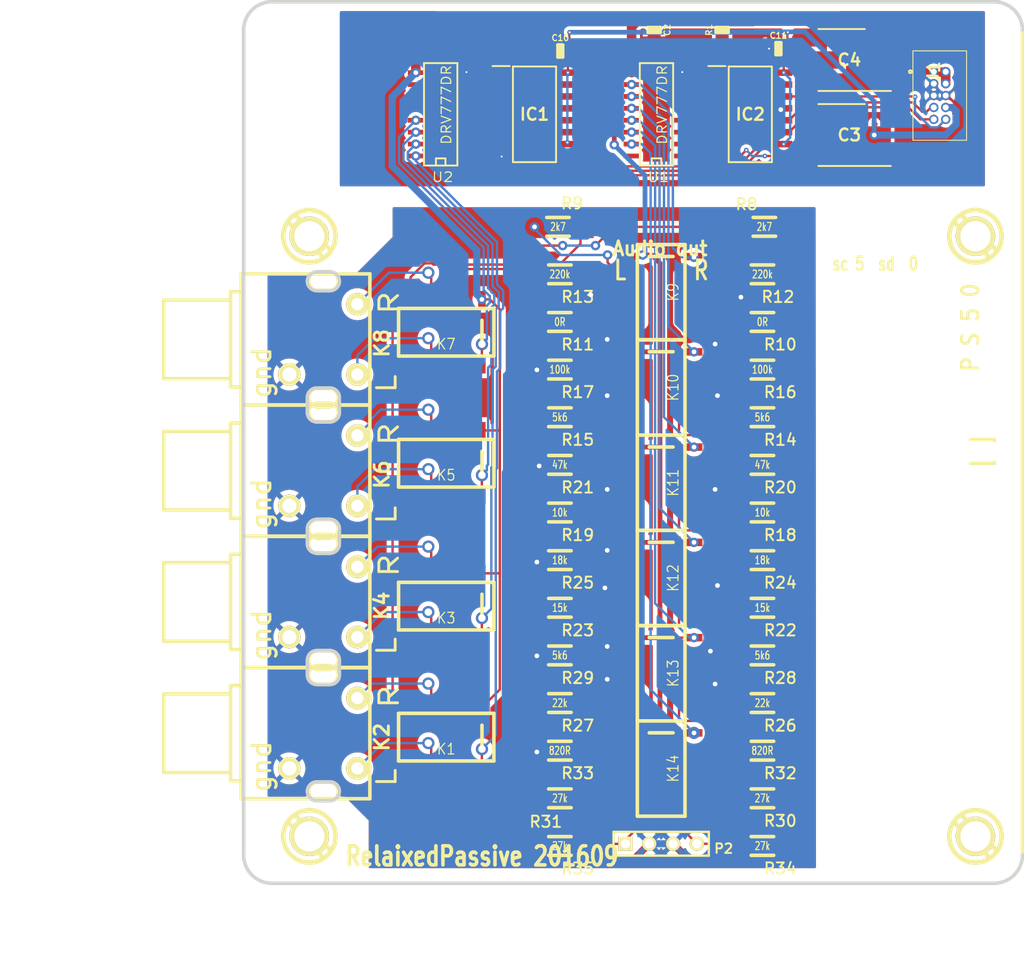
<source format=kicad_pcb>
(kicad_pcb (version 20240108) (generator "pcbnew") (generator_version "8.0")
  (title_block (title "Relaixed Passive with Control") (date "2016-09-01") (rev "2") (company "Jos van Eijndhoven") (comment 1 "Copyright 2016"))
  (layers (0 "F.Cu" signal "Voorkant") (31 "B.Cu" signal "Achter") (35 "F.Paste" user) (36 "B.SilkS" user "B.Silkscreen") (37 "F.SilkS" user "F.Silkscreen") (38 "B.Mask" user) (39 "F.Mask" user) (44 "Edge.Cuts" user))
  (net 0 "")
  (net 1 "+5V")
  (net 2 "+3.3V")
  (net 3 "AGND")
  (net 4 "CH1")
  (net 5 "CH2")
  (net 6 "CH3")
  (net 7 "CH4")
  (net 8 "DGND")
  (net 9 "VL0")
  (net 10 "VL1")
  (net 11 "VL2")
  (net 12 "VL3")
  (net 13 "VL4")
  (net 14 "VL5")
  (net 16 "SRCLK1")
  (net 17 "RCLK1")
  (net 19 "SER1")
  (net 21 "contCH4")
  (net 22 "contCH2")
  (net 24 "contCH3")
  (net 25 "contCH1")
  (net 26 "VL5c")
  (net 28 "VL1c")
  (net 30 "VL0c")
  (net 31 "VL4c")
  (net 32 "VL2c")
  (net 33 "VL3c")
  (net 36 "Net-(K2B-R)")
  (net 37 "Net-(K2A-L)")
  (net 38 "Net-(K4A-L)")
  (net 40 "Net-(K4B-R)")
  (net 43 "Net-(K6A-L)")
  (net 45 "Net-(K6B-R)")
  (net 47 "Net-(K8A-L)")
  (net 49 "Net-(K8B-R)")
  (net 50 "Net-(K9-Pad3)")
  (net 51 "Net-(K9-Pad7)")
  (net 52 "Net-(K9-Pad2)")
  (net 53 "Net-(K9-Pad6)")
  (net 54 "Net-(K10-Pad5)")
  (net 55 "Net-(K10-Pad3)")
  (net 56 "Net-(K10-Pad7)")
  (net 57 "Net-(K10-Pad2)")
  (net 58 "Net-(K10-Pad4)")
  (net 59 "Net-(K10-Pad6)")
  (net 60 "Net-(K11-Pad7)")
  (net 61 "Net-(K11-Pad2)")
  (net 62 "Net-(K11-Pad6)")
  (net 63 "Net-(K11-Pad3)")
  (net 64 "Net-(K12-Pad7)")
  (net 65 "Net-(K12-Pad2)")
  (net 66 "Net-(K12-Pad3)")
  (net 67 "Net-(K12-Pad6)")
  (net 68 "Net-(K13-Pad2)")
  (net 69 "Net-(K13-Pad7)")
  (net 70 "Net-(K13-Pad6)")
  (net 71 "Net-(K13-Pad3)")
  (net 72 "Net-(P2-P4)")
  (net 73 "Net-(K14-Pad7)")
  (net 74 "Net-(K14-Pad2)")
  (net 75 "Net-(P2-P1)")
  (net 76 "Net-(D1-A)")
  (net 85 "Net-(K1-Pad5)")
  (net 86 "Net-(K1-Pad4)")
  (net 87 "Net-(IC1-SER)")
  (footprint "screw-3mm" (layer "F.Cu") (at 47 45)
    (property "Reference" "1PIN" (hide yes))
    (property "Value" "P***" (hide yes))
  )
  (footprint "screw-3mm" (layer "F.Cu") (at 47 109)
    (property "Reference" "1PIN" (hide yes))
    (property "Value" "P***" (hide yes))
  )
  (footprint "screw-3mm" (layer "F.Cu") (at 118 45)
    (property "Reference" "1PIN" (hide yes))
    (property "Value" "P***" (hide yes))
  )
  (footprint "screw-3mm" (layer "F.Cu") (at 118 109)
    (property "Reference" "1PIN" (hide yes))
    (property "Value" "P***" (hide yes))
  )
  (footprint "fplib-rev2:MMB0207-1210" (layer "F.Cu") (at 95.295 110.02342)
    (property "Reference" "R34")
    (property "Value" "27k")
  )
  (footprint "fplib-rev2:MMB0207-1210" (layer "F.Cu") (at 95.5 44 180)
    (property "Reference" "R8")
    (property "Value" "2k7")
  )
  (footprint "fplib-rev2:MMB0207-1210" (layer "F.Cu") (at 95.295 54.14342 180)
    (property "Reference" "R10")
    (property "Value" "0R")
  )
  (footprint "fplib-rev2:MMB0207-1210" (layer "F.Cu") (at 95.295 49.06342 180)
    (property "Reference" "R12")
    (property "Value" "220k")
  )
  (footprint "fplib-rev2:MMB0207-1210" (layer "F.Cu") (at 95.295 64.30342 180)
    (property "Reference" "R14")
    (property "Value" "5k6")
  )
  (footprint "fplib-rev2:MMB0207-1210" (layer "F.Cu") (at 95.295 59.22342 180)
    (property "Reference" "R16")
    (property "Value" "100k")
  )
  (footprint "fplib-rev2:MMB0207-1210" (layer "F.Cu") (at 95.295 74.46342 180)
    (property "Reference" "R18")
    (property "Value" "10k")
  )
  (footprint "fplib-rev2:MMB0207-1210" (layer "F.Cu") (at 95.295 69.38342 180)
    (property "Reference" "R20")
    (property "Value" "47k")
  )
  (footprint "fplib-rev2:MMB0207-1210" (layer "F.Cu") (at 95.295 84.62342 180)
    (property "Reference" "R22")
    (property "Value" "15k")
  )
  (footprint "fplib-rev2:MMB0207-1210" (layer "F.Cu") (at 95.295 79.54342 180)
    (property "Reference" "R24")
    (property "Value" "18k")
  )
  (footprint "fplib-rev2:MMB0207-1210" (layer "F.Cu") (at 95.295 94.78342 180)
    (property "Reference" "R26")
    (property "Value" "22k")
  )
  (footprint "fplib-rev2:MMB0207-1210" (layer "F.Cu") (at 95.295 89.70342 180)
    (property "Reference" "R28")
    (property "Value" "5k6")
  )
  (footprint "fplib-rev2:MMB0207-1210" (layer "F.Cu") (at 95.295 104.94342 180)
    (property "Reference" "R30")
    (property "Value" "27k")
  )
  (footprint "fplib-rev2:MMB0207-1210" (layer "F.Cu") (at 95.295 99.86342 180)
    (property "Reference" "R32")
    (property "Value" "820R")
  )
  (footprint "fplib-rev2:MMB0207-1210" (layer "F.Cu") (at 73.5 44 180)
    (property "Reference" "R9")
    (property "Value" "2k7")
  )
  (footprint "fplib-rev2:MMB0207-1210" (layer "F.Cu") (at 73.705 54.14342)
    (property "Reference" "R11")
    (property "Value" "0R")
  )
  (footprint "fplib-rev2:MMB0207-1210" (layer "F.Cu") (at 73.705 49.06342)
    (property "Reference" "R13")
    (property "Value" "220k")
  )
  (footprint "fplib-rev2:MMB0207-1210" (layer "F.Cu") (at 73.705 64.30342)
    (property "Reference" "R15")
    (property "Value" "5k6")
  )
  (footprint "fplib-rev2:MMB0207-1210" (layer "F.Cu") (at 73.705 59.22342)
    (property "Reference" "R17")
    (property "Value" "100k")
  )
  (footprint "fplib-rev2:MMB0207-1210" (layer "F.Cu") (at 73.705 74.46342)
    (property "Reference" "R19")
    (property "Value" "10k")
  )
  (footprint "fplib-rev2:MMB0207-1210" (layer "F.Cu") (at 73.705 69.38342)
    (property "Reference" "R21")
    (property "Value" "47k")
  )
  (footprint "fplib-rev2:MMB0207-1210" (layer "F.Cu") (at 73.705 84.62342)
    (property "Reference" "R23")
    (property "Value" "15k")
  )
  (footprint "fplib-rev2:MMB0207-1210" (layer "F.Cu") (at 73.705 79.54342)
    (property "Reference" "R25")
    (property "Value" "18k")
  )
  (footprint "fplib-rev2:MMB0207-1210" (layer "F.Cu") (at 73.705 94.78342)
    (property "Reference" "R27")
    (property "Value" "22k")
  )
  (footprint "fplib-rev2:MMB0207-1210" (layer "F.Cu") (at 73.705 89.70342)
    (property "Reference" "R29")
    (property "Value" "5k6")
  )
  (footprint "fplib-rev2:MMB0207-1210" (layer "F.Cu") (at 73.705 104.94342)
    (property "Reference" "R31")
    (property "Value" "27k")
  )
  (footprint "fplib-rev2:MMB0207-1210" (layer "F.Cu") (at 73.705 99.86342)
    (property "Reference" "R33")
    (property "Value" "820R")
  )
  (footprint "fplib-rev2:MMB0207-1210" (layer "F.Cu") (at 73.705 110.02342 180)
    (property "Reference" "R35")
    (property "Value" "27k")
  )
  (footprint "RlxPassiveFootprints:switchcraft-dualcinch" (layer "F.Cu") (at 48.49876 98.00082 -90)
    (property "Reference" "K2")
    (property "Value" "CINCH-DUAL" (hide yes))
  )
  (footprint "RlxPassiveFootprints:switchcraft-dualcinch" (layer "F.Cu") (at 48.49876 84.00034 -90)
    (property "Reference" "K4")
    (property "Value" "CINCH-DUAL" (hide yes))
  )
  (footprint "RlxPassiveFootprints:switchcraft-dualcinch" (layer "F.Cu") (at 48.49876 69.99986 -90)
    (property "Reference" "K6")
    (property "Value" "CINCH-DUAL" (hide yes))
  )
  (footprint "RlxPassiveFootprints:switchcraft-dualcinch" (layer "F.Cu") (at 48.49876 55.99938 -90)
    (property "Reference" "K8")
    (property "Value" "CINCH-DUAL" (hide yes))
  )
  (footprint "RlxPassiveFootprints:G6K-2F-Y" (layer "F.Cu") (at 84.5 50.96842 -90)
    (property "Reference" "K9")
    (property "Value" "RELAY_G6K" (hide yes))
  )
  (footprint "RlxPassiveFootprints:G6K-2F-Y" (layer "F.Cu") (at 84.5 61.12842 -90)
    (property "Reference" "K10")
    (property "Value" "RELAY_G6K" (hide yes))
  )
  (footprint "RlxPassiveFootprints:G6K-2F-Y" (layer "F.Cu") (at 84.5 71.28842 -90)
    (property "Reference" "K11")
    (property "Value" "RELAY_G6K" (hide yes))
  )
  (footprint "RlxPassiveFootprints:G6K-2F-Y" (layer "F.Cu") (at 84.5 81.44842 -90)
    (property "Reference" "K12")
    (property "Value" "RELAY_G6K" (hide yes))
  )
  (footprint "RlxPassiveFootprints:G6K-2F-Y" (layer "F.Cu") (at 84.5 91.60842 -90)
    (property "Reference" "K13")
    (property "Value" "RELAY_G6K" (hide yes))
  )
  (footprint "RlxPassiveFootprints:G6K-2F-Y" (layer "F.Cu") (at 84.5 101.76842 -90)
    (property "Reference" "K14")
    (property "Value" "RELAY_G6K" (hide yes))
  )
  (footprint "RlxPassiveFootprints:G6K-2F-Y" (layer "F.Cu") (at 61.58992 98.41992 180)
    (property "Reference" "K1")
    (property "Value" "RELAY_G6K_AB" (hide yes))
  )
  (footprint "RlxPassiveFootprints:G6K-2F-Y" (layer "F.Cu") (at 61.58992 84.44992 180)
    (property "Reference" "K3")
    (property "Value" "RELAY_G6K_AB" (hide yes))
  )
  (footprint "RlxPassiveFootprints:G6K-2F-Y" (layer "F.Cu") (at 61.58992 69.20992 180)
    (property "Reference" "K5")
    (property "Value" "RELAY_G6K_AB" (hide yes))
  )
  (footprint "RlxPassiveFootprints:G6K-2F-Y" (layer "F.Cu") (at 61.58992 55.23992 180)
    (property "Reference" "K7")
    (property "Value" "RELAY_G6K_AB" (hide yes))
  )
  (footprint "RlxPassiveFootprints:PIN_ARRAY_4x1" (layer "F.Cu") (at 84.5 109.78842)
    (property "Reference" "P2")
    (property "Value" "audioOut" (hide yes))
  )
  (footprint "RlxPassiveFootprints:SO16E" (layer "F.Cu") (at 84 32 90)
    (property "Reference" "U1")
    (property "Value" "DRV777DR")
  )
  (footprint "RlxPassiveFootprints:R0805" (layer "F.Cu") (at 91 23 90)
    (property "Reference" "R1")
    (property "Value" "1k" (hide yes))
  )
  (footprint "Samacsys:CAPAE660X800N" (layer "F.Cu") (at 104.558 34.208 180)
    (property "Reference" "C3")
    (property "Value" "VZL221M1CTR-0607" (hide yes))
  )
  (footprint "Samacsys:TFM-105-XX-YYY-D" (layer "F.Cu") (at 113.558 27.458 -90)
    (property "Reference" "J1")
    (property "Value" "TFM-105-01-F-D" (hide yes))
  )
  (footprint "RlxPassiveFootprints:R0805" (layer "F.Cu") (at 97 25)
    (property "Reference" "C11")
    (property "Value" "0.1uf" (hide yes))
  )
  (footprint "RlxPassiveFootprints:SO16E" (layer "F.Cu") (at 61 32 90)
    (property "Reference" "U2")
    (property "Value" "DRV777DR")
  )
  (footprint "Samacsys:SOIC127P780X200-16N" (layer "F.Cu") (at 71 32)
    (property "Reference" "IC1")
    (property "Value" "SN74HC595NSR" (hide yes))
  )
  (footprint "RlxPassiveFootprints:R0805" (layer "F.Cu") (at 83.75 23 -90)
    (property "Reference" "C2")
    (property "Value" "10uF" (hide yes))
  )
  (footprint "Samacsys:SOIC127P780X200-16N" (layer "F.Cu") (at 94 32)
    (property "Reference" "IC2")
    (property "Value" "SN74HC595NSR" (hide yes))
  )
  (footprint "RlxPassiveFootprints:R0805" (layer "F.Cu") (at 73.75 25.25)
    (property "Reference" "C10")
    (property "Value" "0.1uf" (hide yes))
  )
  (footprint "Samacsys:CAPAE660X800N" (layer "F.Cu") (at 104.558 26.208 180)
    (property "Reference" "C4")
    (property "Value" "VZL221M1CTR-0607" (hide yes))
  )
  (gr_line (start 123 23) (end 123 111) (stroke (width 0.381)) (layer "F.SilkS"))
  (gr_line (start 120.015 69.215) (end 120.015 69.088) (stroke (width 0.381)) (layer "F.SilkS"))
  (gr_line (start 117.475 66.675) (end 120.015 66.675) (stroke (width 0.381)) (layer "F.SilkS"))
  (gr_line (start 117.475 69.215) (end 120.015 69.215) (stroke (width 0.381)) (layer "F.SilkS"))
  (gr_line (start 120.015 66.675) (end 120.015 66.802) (stroke (width 0.381)) (layer "F.SilkS"))
  (gr_arc (start 47.80026 50.8) (mid 47.092616 50.506884) (end 46.7995 49.79924) (stroke (width 0.381)) (layer "Edge.Cuts"))
  (gr_line (start 46.79696 62.19952) (end 46.79696 63.79972) (stroke (width 0.381)) (layer "Edge.Cuts"))
  (gr_line (start 49.1998 105.19918) (end 47.80026 105.19918) (stroke (width 0.381)) (layer "Edge.Cuts"))
  (gr_arc (start 49.19726 75.19924) (mid 49.903108 75.491612) (end 50.19548 76.19746) (stroke (width 0.381)) (layer "Edge.Cuts"))
  (gr_arc (start 50.19802 49.79924) (mid 49.904904 50.506884) (end 49.19726 50.8) (stroke (width 0.381)) (layer "Edge.Cuts"))
  (gr_line (start 39.99992 22.99974) (end 39.99992 111.00054) (stroke (width 0.381)) (layer "Edge.Cuts"))
  (gr_line (start 49.19726 78.79842) (end 47.79772 78.79842) (stroke (width 0.381)) (layer "Edge.Cuts"))
  (gr_arc (start 42.99966 114.00028) (mid 40.878524 113.121676) (end 39.99992 111.00054) (stroke (width 0.381)) (layer "Edge.Cuts"))
  (gr_line (start 46.79696 76.2) (end 46.79696 77.8002) (stroke (width 0.381)) (layer "Edge.Cuts"))
  (gr_line (start 49.1998 103.19766) (end 47.80026 103.19766) (stroke (width 0.381)) (layer "Edge.Cuts"))
  (gr_arc (start 49.1998 89.19972) (mid 49.905648 89.492092) (end 50.19802 90.19794) (stroke (width 0.381)) (layer "Edge.Cuts"))
  (gr_arc (start 47.80026 105.19918) (mid 47.092616 104.906064) (end 46.7995 104.19842) (stroke (width 0.381)) (layer "Edge.Cuts"))
  (gr_line (start 46.7995 90.20048) (end 46.7995 91.80068) (stroke (width 0.381)) (layer "Edge.Cuts"))
  (gr_line (start 49.1998 89.19972) (end 47.80026 89.19972) (stroke (width 0.381)) (layer "Edge.Cuts"))
  (gr_arc (start 46.79696 76.19746) (mid 47.090076 75.489816) (end 47.79772 75.1967) (stroke (width 0.381)) (layer "Edge.Cuts"))
  (gr_line (start 50.19802 62.19952) (end 50.19802 63.79972) (stroke (width 0.381)) (layer "Edge.Cuts"))
  (gr_line (start 49.1998 48.79848) (end 47.80026 48.79848) (stroke (width 0.381)) (layer "Edge.Cuts"))
  (gr_arc (start 50.19802 63.79718) (mid 49.904904 64.504824) (end 49.19726 64.79794) (stroke (width 0.381)) (layer "Edge.Cuts"))
  (gr_arc (start 46.7995 104.19842) (mid 47.092616 103.490776) (end 47.80026 103.19766) (stroke (width 0.381)) (layer "Edge.Cuts"))
  (gr_arc (start 47.79772 78.79842) (mid 47.090076 78.505304) (end 46.79696 77.79766) (stroke (width 0.381)) (layer "Edge.Cuts"))
  (gr_arc (start 47.80026 92.7989) (mid 47.092616 92.505784) (end 46.7995 91.79814) (stroke (width 0.381)) (layer "Edge.Cuts"))
  (gr_line (start 50.20056 90.20048) (end 50.20056 91.80068) (stroke (width 0.381)) (layer "Edge.Cuts"))
  (gr_line (start 49.19726 75.19924) (end 47.79772 75.19924) (stroke (width 0.381)) (layer "Edge.Cuts"))
  (gr_arc (start 49.19726 103.19766) (mid 49.904904 103.490776) (end 50.19802 104.19842) (stroke (width 0.381)) (layer "Edge.Cuts"))
  (gr_arc (start 49.19726 48.79848) (mid 49.904904 49.091596) (end 50.19802 49.79924) (stroke (width 0.381)) (layer "Edge.Cuts"))
  (gr_arc (start 120 20) (mid 122.121834 20.878217) (end 123.00086 22.99974) (stroke (width 0.381)) (layer "Edge.Cuts"))
  (gr_line (start 43 114.00028) (end 120 114.00028) (stroke (width 0.381)) (layer "Edge.Cuts"))
  (gr_line (start 49.19726 64.79794) (end 47.79772 64.79794) (stroke (width 0.381)) (layer "Edge.Cuts"))
  (gr_arc (start 50.20056 91.79814) (mid 49.907444 92.505784) (end 49.1998 92.7989) (stroke (width 0.381)) (layer "Edge.Cuts"))
  (gr_arc (start 46.7995 49.79924) (mid 47.092616 49.091596) (end 47.80026 48.79848) (stroke (width 0.381)) (layer "Edge.Cuts"))
  (gr_arc (start 49.19726 61.19876) (mid 49.903108 61.491132) (end 50.19548 62.19698) (stroke (width 0.381)) (layer "Edge.Cuts"))
  (gr_line (start 50.19802 76.2) (end 50.19802 77.8002) (stroke (width 0.381)) (layer "Edge.Cuts"))
  (gr_arc (start 46.79696 62.19698) (mid 47.090076 61.489336) (end 47.79772 61.19622) (stroke (width 0.381)) (layer "Edge.Cuts"))
  (gr_arc (start 122.99974 111.00054) (mid 122.121136 113.121676) (end 120 114.00028) (stroke (width 0.381)) (layer "Edge.Cuts"))
  (gr_arc (start 50.19802 77.79766) (mid 49.904904 78.505304) (end 49.19726 78.79842) (stroke (width 0.381)) (layer "Edge.Cuts"))
  (gr_arc (start 50.19802 104.19842) (mid 49.904904 104.906064) (end 49.19726 105.19918) (stroke (width 0.381)) (layer "Edge.Cuts"))
  (gr_line (start 49.1998 50.8) (end 47.80026 50.8) (stroke (width 0.381)) (layer "Edge.Cuts"))
  (gr_line (start 49.19726 61.19876) (end 47.79772 61.19876) (stroke (width 0.381)) (layer "Edge.Cuts"))
  (gr_arc (start 46.7995 90.19794) (mid 47.092616 89.490296) (end 47.80026 89.19718) (stroke (width 0.381)) (layer "Edge.Cuts"))
  (gr_arc (start 39.99992 22.99974) (mid 40.878524 20.878604) (end 42.99966 20) (stroke (width 0.381)) (layer "Edge.Cuts"))
  (gr_line (start 120.50017 20.00004) (end 42.99966 20) (stroke (width 0.381)) (layer "Edge.Cuts"))
  (gr_arc (start 47.79772 64.79794) (mid 47.090076 64.504824) (end 46.79696 63.79718) (stroke (width 0.381)) (layer "Edge.Cuts"))
  (gr_line (start 49.1998 92.7989) (end 47.80026 92.7989) (stroke (width 0.381)) (layer "Edge.Cuts"))
  (gr_text "P S 5 0" (at 117.46992 54.73192 90) (layer "F.SilkS") (effects (font (size 1.778 1.524) (thickness 0.3048))))
  (gr_text "R" (at 88.76792 48.63592 0) (layer "F.SilkS") (effects (font (size 2.032 1.524) (thickness 0.3048))))
  (gr_text "Audio out" (at 84.3661 46.3169 0) (layer "F.SilkS") (effects (font (size 1.5 1.4) (thickness 0.3048))))
  (gr_text "sc 5  sd  0" (at 107.315 47.9425 0) (layer "F.SilkS") (effects (font (size 1.4 1) (thickness 0.25))))
  (gr_text "L" (at 80.13192 48.63592 0) (layer "F.SilkS") (effects (font (size 2.032 1.524) (thickness 0.3048))))
  (gr_text "RelaixedPassive 201609" (at 65.39992 111.11992 0) (layer "F.SilkS") (effects (font (size 2.032 1.5748) (thickness 0.381))))
  (segment (start 83.5 47) (end 84.373 47.873) (width 0.508) (layer "F.Cu") (net 1))
  (segment (start 81.35078 22.64922) (end 82 22) (width 1.016) (layer "F.Cu") (net 1))
  (segment (start 84.373 67.48858) (end 84.373 77.51142) (width 0.508) (layer "F.Cu") (net 1))
  (segment (start 84.373 47.873) (end 84.373 57.19142) (width 0.508) (layer "F.Cu") (net 1))
  (segment (start 58.35078 24.64922) (end 58.35078 27.555) (width 1.016) (layer "F.Cu") (net 1))
  (segment (start 108.5 27.5) (end 102.958 21.958) (width 1.016) (layer "F.Cu") (net 1))
  (segment (start 67.30492 80.9498) (end 67.30492 81.27492) (width 0.254) (layer "F.Cu") (net 1))
  (segment (start 82.533 47) (end 82.36442 47.16858) (width 0.508) (layer "F.Cu") (net 1))
  (segment (start 61 22) (end 58.35078 24.64922) (width 1.016) (layer "F.Cu") (net 1))
  (segment (start 80.99988 67.48858) (end 84.373 67.48858) (width 0.508) (layer "F.Cu") (net 1))
  (segment (start 65.38976 94.9198) (end 65.72504 94.9198) (width 0.254) (layer "F.Cu") (net 1))
  (segment (start 65.72504 94.9198) (end 67.30492 93.33992) (width 0.254) (layer "F.Cu") (net 1))
  (segment (start 67.30492 65.39992) (end 67.30492 52.80492) (width 0.254) (layer "F.Cu") (net 1))
  (segment (start 84.373 77.51142) (end 84.373 87.67142) (width 0.508) (layer "F.Cu") (net 1))
  (segment (start 66.2398 51.7398) (end 65.38976 51.7398) (width 0.254) (layer "F.Cu") (net 1))
  (segment (start 65.38976 80.9498) (end 67.30492 80.9498) (width 0.254) (layer "F.Cu") (net 1))
  (segment (start 114.828 28.728) (end 114.828 27.458) (width 1.016) (layer "F.Cu") (net 1))
  (segment (start 84.373 87.80858) (end 84.373 87.67142) (width 0.508) (layer "F.Cu") (net 1))
  (segment (start 102.958 21.958) (end 78.558 21.958) (width 1.016) (layer "F.Cu") (net 1))
  (segment (start 65.38976 65.7098) (end 67.30492 65.7098) (width 0.254) (layer "F.Cu") (net 1))
  (segment (start 84.373 57.19142) (end 84.373 67.48858) (width 0.508) (layer "F.Cu") (net 1))
  (segment (start 80.99988 97.96858) (end 83.40442 97.96858) (width 0.508) (layer "F.Cu") (net 1))
  (segment (start 67.30492 52.80492) (end 66.2398 51.7398) (width 0.254) (layer "F.Cu") (net 1))
  (segment (start 82 22) (end 61 22) (width 1.016) (layer "F.Cu") (net 1))
  (segment (start 80.99988 87.80858) (end 84.373 87.80858) (width 0.508) (layer "F.Cu") (net 1))
  (segment (start 114.828 27.458) (end 114.786 27.5) (width 1.016) (layer "F.Cu") (net 1))
  (segment (start 84.373 77.64858) (end 84.373 77.51142) (width 0.508) (layer "F.Cu") (net 1))
  (segment (start 67.30492 65.7098) (end 67.30492 65.39992) (width 0.254) (layer "F.Cu") (net 1))
  (segment (start 80.99988 57.32858) (end 84.373 57.32858) (width 0.508) (layer "F.Cu") (net 1))
  (segment (start 82.36442 47.16858) (end 80.99988 47.16858) (width 0.508) (layer "F.Cu") (net 1))
  (segment (start 84.373 57.32858) (end 84.373 57.19142) (width 0.508) (layer "F.Cu") (net 1))
  (segment (start 84.373 97) (end 84.373 87.67142) (width 0.508) (layer "F.Cu") (net 1))
  (segment (start 82.533 47) (end 83.5 47) (width 0.508) (layer "F.Cu") (net 1))
  (segment (start 80.445 27.555) (end 81.35078 27.555) (width 0.508) (layer "F.Cu") (net 1))
  (segment (start 83.40442 97.96858) (end 84.373 97) (width 0.508) (layer "F.Cu") (net 1))
  (segment (start 80.99988 77.64858) (end 84.373 77.64858) (width 0.508) (layer "F.Cu") (net 1))
  (segment (start 67.30492 93.33992) (end 67.30492 81.27492) (width 0.254) (layer "F.Cu") (net 1))
  (segment (start 114.786 27.5) (end 108.5 27.5) (width 1.016) (layer "F.Cu") (net 1))
  (segment (start 79.5 35.25) (end 79.5 28.5) (width 0.508) (layer "F.Cu") (net 1))
  (segment (start 79.5 28.5) (end 80.445 27.555) (width 0.508) (layer "F.Cu") (net 1))
  (segment (start 67.30492 81.27492) (end 67.30492 65.39992) (width 0.254) (layer "F.Cu") (net 1))
  (segment (start 81.35078 27.555) (end 81.35078 22.64922) (width 1.016) (layer "F.Cu") (net 1))
  (via (at 79.5 35.25) (size 1) (drill 0.5) (layers "F.Cu" "B.Cu") (net 1))
  (via (at 82.533 47) (size 1) (drill 0.5) (layers "F.Cu" "B.Cu") (net 1))
  (via (at 58.35078 27.555) (size 1) (drill 0.5) (layers "F.Cu" "B.Cu") (net 1))
  (via (at 65.38976 51.7398) (size 1) (drill 0.5) (layers "F.Cu" "B.Cu") (net 1))
  (segment (start 56.254233 37.916515) (end 64.85 46.512282) (width 0.762) (layer "B.Cu") (net 1))
  (segment (start 56.978116 28.927664) (end 56.978116 29) (width 0.762) (layer "B.Cu") (net 1))
  (segment (start 82.533 47) (end 82.779 46.754) (width 0.508) (layer "B.Cu") (net 1))
  (segment (start 58.35078 27.555) (end 56.978116 28.927664) (width 0.762) (layer "B.Cu") (net 1))
  (segment (start 64.85 46.512282) (end 64.85 51.20004) (width 0.762) (layer "B.Cu") (net 1))
  (segment (start 55.82778 30.150336) (end 55.82778 37.490063) (width 0.762) (layer "B.Cu") (net 1))
  (segment (start 82.779 46.754) (end 82.779 38.529) (width 0.508) (layer "B.Cu") (net 1))
  (segment (start 56.978116 29) (end 55.82778 30.150336) (width 0.762) (layer "B.Cu") (net 1))
  (segment (start 82.779 38.529) (end 79.5 35.25) (width 0.508) (layer "B.Cu") (net 1))
  (segment (start 64.85 51.20004) (end 65.38976 51.7398) (width 0.762) (layer "B.Cu") (net 1))
  (segment (start 55.82778 37.490063) (end 56.254233 37.916515) (width 0.762) (layer "B.Cu") (net 1))
  (segment (start 97.562 25.3905) (end 97.9525 25) (width 0.254) (layer "F.Cu") (net 2))
  (segment (start 107.319 33.069) (end 107.208 32.958) (width 0.508) (layer "F.Cu") (net 2))
  (segment (start 74.7025 23.2975) (end 74.75 23.25) (width 0.254) (layer "F.Cu") (net 2))
  (segment (start 74.7025 25.25) (end 74.7025 23.2975) (width 0.254) (layer "F.Cu") (net 2))
  (segment (start 97.9525 23.2975) (end 98 23.25) (width 0.254) (layer "F.Cu") (net 2))
  (segment (start 97.562 27.555) (end 97.562 25.3905) (width 0.254) (layer "F.Cu") (net 2))
  (segment (start 97.9525 25) (end 97.9525 23.2975) (width 0.254) (layer "F.Cu") (net 2))
  (segment (start 74.562 35.062) (end 74.5 35) (width 0.254) (layer "F.Cu") (net 2))
  (segment (start 107.208 32.958) (end 107.208 34.208) (width 0.508) (layer "F.Cu") (net 2))
  (segment (start 74.562 25.3905) (end 74.7025 25.25) (width 0.254) (layer "F.Cu") (net 2))
  (segment (start 74.562 35.175) (end 74.562 35.062) (width 0.254) (layer "F.Cu") (net 2))
  (segment (start 74.562 27.555) (end 74.562 25.3905) (width 0.254) (layer "F.Cu") (net 2))
  (via (at 74.75 23.25) (size 0.5) (drill 0.2) (layers "F.Cu" "B.Cu") (net 2))
  (via (at 98 23.25) (size 0.5) (drill 0.2) (layers "F.Cu" "B.Cu") (net 2))
  (via (at 97.562 27.555) (size 0.5) (drill 0.2) (layers "F.Cu" "B.Cu") (net 2))
  (via (at 74.562 27.555) (size 0.5) (drill 0.2) (layers "F.Cu" "B.Cu") (net 2))
  (via (at 107.208 34.208) (size 1) (drill 0.5) (layers "F.Cu" "B.Cu") (net 2))
  (via (at 97.562 35.175) (size 0.5) (drill 0.2) (layers "F.Cu" "B.Cu") (net 2))
  (via (at 74.5 35) (size 0.5) (drill 0.2) (layers "F.Cu" "B.Cu") (net 2))
  (segment (start 115.929 33.087) (end 114.808 34.208) (width 0.762) (layer "B.Cu") (net 2))
  (segment (start 115.929 31.661894) (end 115.929 33.087) (width 0.762) (layer "B.Cu") (net 2))
  (segment (start 115.535106 31.268) (end 115.929 31.661894) (width 0.762) (layer "B.Cu") (net 2))
  (segment (start 98 23.25) (end 74.75 23.25) (width 0.508) (layer "B.Cu") (net 2))
  (segment (start 97.562 35.175) (end 98.25 34.487) (width 0.254) (layer "B.Cu") (net 2))
  (segment (start 107.208 34.208) (end 107.208 30.608) (width 0.508) (layer "B.Cu") (net 2))
  (segment (start 107.208 30.608) (end 99.808 23.208) (width 0.508) (layer "B.Cu") (net 2))
  (segment (start 98.25 34.487) (end 98.25 28.243) (width 0.254) (layer "B.Cu") (net 2))
  (segment (start 74.5 27.617) (end 74.562 27.555) (width 0.254) (layer "B.Cu") (net 2))
  (segment (start 98.25 28.243) (end 97.562 27.555) (width 0.254) (layer "B.Cu") (net 2))
  (segment (start 74.5 35) (end 74.5 27.617) (width 0.254) (layer "B.Cu") (net 2))
  (segment (start 114.828 31.268) (end 115.535106 31.268) (width 0.762) (layer "B.Cu") (net 2))
  (segment (start 114.808 34.208) (end 107.208 34.208) (width 0.762) (layer "B.Cu") (net 2))
  (segment (start 99.808 23.208) (end 94.558 23.208) (width 0.508) (layer "B.Cu") (net 2))
  (segment (start 100.375 79.54342) (end 100.375 69.38342) (width 0.508) (layer "F.Cu") (net 3))
  (segment (start 71.15062 89.70342) (end 68.879 89.70342) (width 0.254) (layer "F.Cu") (net 3))
  (segment (start 68.879 70.39942) (end 68.879 79.54342) (width 0.508) (layer "F.Cu") (net 3))
  (segment (start 100.375 69.38342) (end 100.375 59.22342) (width 0.508) (layer "F.Cu") (net 3))
  (segment (start 98.47 49.06342) (end 100.375 50.96842) (width 0.254) (layer "F.Cu") (net 3))
  (segment (start 71.305 110.02342) (end 73.10615 111.82457) (width 0.762) (layer "F.Cu") (net 3))
  (segment (start 71.25 100) (end 71.24062 99.86342) (width 0.254) (layer "F.Cu") (net 3))
  (segment (start 100.375 106.84842) (end 100.375 99.86342) (width 0.508) (layer "F.Cu") (net 3))
  (segment (start 97.89596 79.54342) (end 100.375 79.54342) (width 0.254) (layer "F.Cu") (net 3))
  (segment (start 95.89385 111.82457) (end 87.80615 111.82457) (width 0.762) (layer "F.Cu") (net 3))
  (segment (start 71.10404 89.70342) (end 71.05746 89.70342) (width 0.254) (layer "F.Cu") (net 3))
  (segment (start 97.695 110.02342) (end 95.89385 111.82457) (width 0.762) (layer "F.Cu") (net 3))
  (segment (start 100.375 89.70342) (end 100.375 79.54342) (width 0.508) (layer "F.Cu") (net 3))
  (segment (start 70.96746 99.86342) (end 71.25 100) (width 0.254) (layer "F.Cu") (net 3))
  (segment (start 97.89596 59.22342) (end 100.375 59.22342) (width 0.254) (layer "F.Cu") (net 3))
  (segment (start 97.89596 49.06342) (end 98.47 49.06342) (width 0.254) (layer "F.Cu") (net 3))
  (segment (start 97.89596 69.38342) (end 100.375 69.38342) (width 0.254) (layer "F.Cu") (net 3))
  (segment (start 100.375 99.86342) (end 100.375 89.70342) (width 0.508) (layer "F.Cu") (net 3))
  (segment (start 70.98746 69.38342) (end 71.5 69.5) (width 0.254) (layer "F.Cu") (net 3))
  (segment (start 71.13062 59.22342) (end 68.625 59.22342) (width 0.254) (layer "F.Cu") (net 3))
  (segment (start 71.10404 59.22342) (end 71.07746 59.22342) (width 0.254) (layer "F.Cu") (net 3))
  (segment (start 71.10404 110.02342) (end 70.53 110.02342) (width 0.254) (layer "F.Cu") (net 3))
  (segment (start 71.25 89.75) (end 71.15062 89.70342) (width 0.254) (layer "F.Cu") (net 3))
  (segment (start 87.80615 111.82457) (end 85.77 109.78842) (width 0.762) (layer "F.Cu") (net 3))
  (segment (start 81.19385 111.82457) (end 83.23 109.78842) (width 0.762) (layer "F.Cu") (net 3))
  (segment (start 71.22062 69.38342) (end 68.625 69.38342) (width 0.254) (layer "F.Cu") (net 3))
  (segment (start 71.05746 89.70342) (end 71.25 89.75) (width 0.254) (layer "F.Cu") (net 3))
  (segment (start 100.375 50.96842) (end 100.375 51.60342) (width 0.254) (layer "F.Cu") (net 3))
  (segment (start 97.89596 99.86342) (end 100.375 99.86342) (width 0.254) (layer "F.Cu") (net 3))
  (segment (start 68.879 97.57742) (end 68.879 99.86342) (width 0.508) (layer "F.Cu") (net 3))
  (segment (start 97.89596 109.32746) (end 100.375 106.84842) (width 0.508) (layer "F.Cu") (net 3))
  (segment (start 100.375 59.22342) (end 100.375 51.60342) (width 0.508) (layer "F.Cu") (net 3))
  (segment (start 71.25 59.25) (end 71.13062 59.22342) (width 0.254) (layer "F.Cu") (net 3))
  (segment (start 71.10404 99.86342) (end 70.96746 99.86342) (width 0.254) (layer "F.Cu") (net 3))
  (segment (start 71.24062 99.86342) (end 68.879 99.86342) (width 0.254) (layer "F.Cu") (net 3))
  (segment (start 68.879 89.70342) (end 68.879 97.57742) (width 0.508) (layer "F.Cu") (net 3))
  (segment (start 68.625 70.14542) (end 68.879 70.39942) (width 0.508) (layer "F.Cu") (net 3))
  (segment (start 68.879 79.54342) (end 68.879 89.70342) (width 0.508) (layer "F.Cu") (net 3))
  (segment (start 73.10615 111.82457) (end 81.19385 111.82457) (width 0.762) (layer "F.Cu") (net 3))
  (segment (start 71.07746 59.22342) (end 71.25 59.25) (width 0.254) (layer "F.Cu") (net 3))
  (segment (start 71.25 79.75) (end 68.879 79.54342) (width 0.254) (layer "F.Cu") (net 3))
  (segment (start 68.625 69.38342) (end 68.625 70.14542) (width 0.508) (layer "F.Cu") (net 3))
  (segment (start 97.89596 89.70342) (end 100.375 89.70342) (width 0.254) (layer "F.Cu") (net 3))
  (segment (start 97.89596 110.02342) (end 97.89596 109.32746) (width 0.508) (layer "F.Cu") (net 3))
  (segment (start 71.10404 79.54342) (end 71.25 79.75) (width 0.254) (layer "F.Cu") (net 3))
  (segment (start 71.10404 69.38342) (end 70.98746 69.38342) (width 0.254) (layer "F.Cu") (net 3))
  (segment (start 71.5 69.5) (end 71.22062 69.38342) (width 0.254) (layer "F.Cu") (net 3))
  (via (at 77 51.25) (size 1) (drill 0.5) (layers "F.Cu" "B.Cu") (net 3))
  (via (at 71.25 89.75) (size 1) (drill 0.5) (layers "F.Cu" "B.Cu") (net 3))
  (via (at 78.75 92.25) (size 1) (drill 0.5) (layers "F.Cu" "B.Cu") (net 3))
  (via (at 78.75 88.75) (size 1) (drill 0.5) (layers "F.Cu" "B.Cu") (net 3))
  (via (at 78.75 72) (size 1) (drill 0.5) (layers "F.Cu" "B.Cu") (net 3))
  (via (at 71.5 69.5) (size 1) (drill 0.5) (layers "F.Cu" "B.Cu") (net 3))
  (via (at 71.25 59.25) (size 1) (drill 0.5) (layers "F.Cu" "B.Cu") (net 3))
  (via (at 78.75 78.5) (size 1) (drill 0.5) (layers "F.Cu" "B.Cu") (net 3))
  (via (at 90.5 82.25) (size 1) (drill 0.5) (layers "F.Cu" "B.Cu") (net 3))
  (via (at 71.25 79.75) (size 1) (drill 0.5) (layers "F.Cu" "B.Cu") (net 3))
  (via (at 71.25 100) (size 1) (drill 0.5) (layers "F.Cu" "B.Cu") (net 3))
  (via (at 78.75 62) (size 1) (drill 0.5) (layers "F.Cu" "B.Cu") (net 3))
  (via (at 90.25 92.75) (size 1) (drill 0.5) (layers "F.Cu" "B.Cu") (net 3))
  (via (at 89.75 89.25) (size 1) (drill 0.5) (layers "F.Cu" "B.Cu") (net 3))
  (via (at 93 51.5) (size 1) (drill 0.5) (layers "F.Cu" "B.Cu") (net 3))
  (via (at 90.25 56.5) (size 1) (drill 0.5) (layers "F.Cu" "B.Cu") (net 3))
  (via (at 78.5 82.5) (size 1) (drill 0.5) (layers "F.Cu" "B.Cu") (net 3))
  (via (at 90.25 72) (size 1) (drill 0.5) (layers "F.Cu" "B.Cu") (net 3))
  (via (at 78.75 56) (size 1) (drill 0.5) (layers "F.Cu" "B.Cu") (net 3))
  (via (at 90.5 62) (size 1) (drill 0.5) (layers "F.Cu" "B.Cu") (net 3))
  (segment (start 83.23 109.78842) (end 85.77 109.78842) (width 0.762) (layer "B.Cu") (net 3))
  (segment (start 65.38976 99.70008) (end 65.39992 99.68992) (width 0.254) (layer "F.Cu") (net 4))
  (segment (start 65.38976 101.92004) (end 65.38976 99.70008) (width 0.254) (layer "F.Cu") (net 4))
  (via (at 65.39992 99.68992) (size 1.30048) (drill 0.8) (layers "F.Cu" "B.Cu") (net 4))
  (via (at 58.35078 36.445) (size 1) (drill 0.5) (layers "F.Cu" "B.Cu") (net 4))
  (segment (start 67.65876 50.799947) (end 67 50.141187) (width 0.254) (layer "B.Cu") (net 4))
  (segment (start 58.35078 36.972502) (end 58.35078 36.445) (width 0.254) (layer "B.Cu") (net 4))
  (segment (start 67.34516 59.080356) (end 67.34516 52.993253) (width 0.254) (layer "B.Cu") (net 4))
  (segment (start 65.39992 99.68992) (end 66.87116 98.21868) (width 0.254) (layer "B.Cu") (net 4))
  (segment (start 67 50.141187) (end 67 45.621722) (width 0.254) (layer "B.Cu") (net 4))
  (segment (start 66.87116 98.21868) (end 66.87116 69.870511) (width 0.254) (layer "B.Cu") (net 4))
  (segment (start 67 69.741671) (end 67 59.425516) (width 0.254) (layer "B.Cu") (net 4))
  (segment (start 67 59.425516) (end 67.34516 59.080356) (width 0.254) (layer "B.Cu") (net 4))
  (segment (start 67 45.621722) (end 58.35078 36.972502) (width 0.254) (layer "B.Cu") (net 4))
  (segment (start 66.87116 69.870511) (end 67 69.741671) (width 0.254) (layer "B.Cu") (net 4))
  (segment (start 67.34516 52.993253) (end 67.65876 52.679653) (width 0.254) (layer "B.Cu") (net 4))
  (segment (start 67.65876 52.679653) (end 67.65876 50.799947) (width 0.254) (layer "B.Cu") (net 4))
  (segment (start 65.39992 85.71992) (end 65.38976 85.73008) (width 0.254) (layer "F.Cu") (net 5))
  (segment (start 65.38976 85.73008) (end 65.38976 87.95004) (width 0.254) (layer "F.Cu") (net 5))
  (via (at 58.35078 35.175) (size 1) (drill 0.5) (layers "F.Cu" "B.Cu") (net 5))
  (via (at 65.39992 85.71992) (size 1.30048) (drill 0.8) (layers "F.Cu" "B.Cu") (net 5))
  (segment (start 66.39716 84.72268) (end 66.39716 69.674173) (width 0.254) (layer "B.Cu") (net 5))
  (segment (start 66.87116 52.796915) (end 67.18476 52.483315) (width 0.254) (layer "B.Cu") (net 5))
  (segment (start 67.18476 52.483315) (end 67.18476 50.996285) (width 0.254) (layer "B.Cu") (net 5))
  (segment (start 67.18476 50.996285) (end 66.526 50.337525) (width 0.254) (layer "B.Cu") (net 5))
  (segment (start 66.87116 58.884018) (end 66.87116 52.796915) (width 0.254) (layer "B.Cu") (net 5))
  (segment (start 66.39716 69.674173) (end 66.526 69.545333) (width 0.254) (layer "B.Cu") (net 5))
  (segment (start 66.526 45.81806) (end 57.50378 36.79584) (width 0.254) (layer "B.Cu") (net 5))
  (segment (start 66.526 59.229178) (end 66.87116 58.884018) (width 0.254) (layer "B.Cu") (net 5))
  (segment (start 66.526 50.337525) (end 66.526 45.81806) (width 0.254) (layer "B.Cu") (net 5))
  (segment (start 65.39992 85.71992) (end 66.39716 84.72268) (width 0.254) (layer "B.Cu") (net 5))
  (segment (start 57.50378 36.022) (end 58.35078 35.175) (width 0.254) (layer "B.Cu") (net 5))
  (segment (start 57.50378 36.79584) (end 57.50378 36.022) (width 0.254) (layer "B.Cu") (net 5))
  (segment (start 66.526 69.545333) (end 66.526 59.229178) (width 0.254) (layer "B.Cu") (net 5))
  (segment (start 65.38976 70.49008) (end 65.38976 72.71004) (width 0.254) (layer "F.Cu") (net 6))
  (segment (start 65.38976 70.49008) (end 65.39992 70.47992) (width 0.254) (layer "F.Cu") (net 6))
  (via (at 58.35078 33.905) (size 1) (drill 0.5) (layers "F.Cu" "B.Cu") (net 6))
  (via (at 65.39992 70.47992) (size 1.30048) (drill 0.8) (layers "F.Cu" "B.Cu") (net 6))
  (segment (start 66.71076 52.286977) (end 66.71076 51.192623) (width 0.254) (layer "B.Cu") (net 6))
  (segment (start 66.71076 51.192623) (end 66.052 50.533863) (width 0.254) (layer "B.Cu") (net 6))
  (segment (start 65.92316 69.95668) (end 65.92316 69.477835) (width 0.254) (layer "B.Cu") (net 6))
  (segment (start 66.052 46.014398) (end 57.02978 36.992178) (width 0.254) (layer "B.Cu") (net 6))
  (segment (start 65.39992 70.47992) (end 65.92316 69.95668) (width 0.254) (layer "B.Cu") (net 6))
  (segment (start 57.02978 35.226) (end 58.35078 33.905) (width 0.254) (layer "B.Cu") (net 6))
  (segment (start 66.39716 58.68768) (end 66.39716 52.600577) (width 0.254) (layer "B.Cu") (net 6))
  (segment (start 66.39716 52.600577) (end 66.71076 52.286977) (width 0.254) (layer "B.Cu") (net 6))
  (segment (start 66.052 59.03284) (end 66.39716 58.68768) (width 0.254) (layer "B.Cu") (net 6))
  (segment (start 65.92316 69.477835) (end 66.052 69.348995) (width 0.254) (layer "B.Cu") (net 6))
  (segment (start 57.02978 36.992178) (end 57.02978 35.226) (width 0.254) (layer "B.Cu") (net 6))
  (segment (start 66.052 69.348995) (end 66.052 59.03284) (width 0.254) (layer "B.Cu") (net 6))
  (segment (start 66.052 50.533863) (end 66.052 46.014398) (width 0.254) (layer "B.Cu") (net 6))
  (segment (start 65.39992 56.50992) (end 65.38976 56.52008) (width 0.254) (layer "F.Cu") (net 7))
  (segment (start 65.38976 56.52008) (end 65.38976 58.74004) (width 0.254) (layer "F.Cu") (net 7))
  (via (at 65.39992 56.50992) (size 1.30048) (drill 0.8) (layers "F.Cu" "B.Cu") (net 7))
  (via (at 58.35078 32.635) (size 1) (drill 0.5) (layers "F.Cu" "B.Cu") (net 7))
  (segment (start 65.92316 52.404239) (end 66.23676 52.090639) (width 0.254) (layer "B.Cu") (net 7))
  (segment (start 66.23676 52.090639) (end 66.23676 51.388961) (width 0.254) (layer "B.Cu") (net 7))
  (segment (start 65.578 50.730201) (end 65.578 46.210735) (width 0.254) (layer "B.Cu") (net 7))
  (segment (start 65.39992 56.50992) (end 65.92316 55.98668) (width 0.254) (layer "B.Cu") (net 7))
  (segment (start 65.578 46.210735) (end 56.55578 37.188515) (width 0.254) (layer "B.Cu") (net 7))
  (segment (start 66.23676 51.388961) (end 65.578 50.730201) (width 0.254) (layer "B.Cu") (net 7))
  (segment (start 56.55578 37.188515) (end 56.55578 34.43) (width 0.254) (layer "B.Cu") (net 7))
  (segment (start 65.92316 55.98668) (end 65.92316 52.404239) (width 0.254) (layer "B.Cu") (net 7))
  (segment (start 56.55578 34.43) (end 58.35078 32.635) (width 0.254) (layer "B.Cu") (net 7))
  (via (at 96 25) (size 0.5) (drill 0.2) (layers "F.Cu" "B.Cu") (net 8))
  (via (at 67.5 36.5) (size 0.5) (drill 0.2) (layers "F.Cu" "B.Cu") (net 8))
  (via (at 63.75 27.5) (size 0.5) (drill 0.2) (layers "F.Cu" "B.Cu") (net 8))
  (via (at 97.25 31.5) (size 1) (drill 0.5) (layers "F.Cu" "B.Cu") (net 8))
  (via (at 86.75 27.5) (size 0.5) (drill 0.2) (layers "F.Cu" "B.Cu") (net 8))
  (segment (start 87.30542 47.16858) (end 88 47.25) (width 0.254) (layer "F.Cu") (net 9))
  (segment (start 88 47.25) (end 88.00012 47.16858) (width 0.254) (layer "F.Cu") (net 9))
  (via (at 81.35078 28.825) (size 1) (drill 0.5) (layers "F.Cu" "B.Cu") (net 9))
  (via (at 88 47.25) (size 1) (drill 0.5) (layers "F.Cu" "B.Cu") (net 9))
  (segment (start 85.75 46.25) (end 85.75 32.25) (width 0.254) (layer "B.Cu") (net 9))
  (segment (start 88 47.25) (end 86.75 47.25) (width 0.254) (layer "B.Cu") (net 9))
  (segment (start 82.325 28.825) (end 81.35078 28.825) (width 0.254) (layer "B.Cu") (net 9))
  (segment (start 86.75 47.25) (end 85.75 46.25) (width 0.254) (layer "B.Cu") (net 9))
  (segment (start 85.75 32.25) (end 82.325 28.825) (width 0.254) (layer "B.Cu") (net 9))
  (via (at 81.35078 30.095) (size 1) (drill 0.5) (layers "F.Cu" "B.Cu") (net 10))
  (via (at 88.00012 57.32858) (size 1) (drill 0.5) (layers "F.Cu" "B.Cu") (net 10))
  (segment (start 85.276 54.60446) (end 85.276 33.026) (width 0.254) (layer "B.Cu") (net 10))
  (segment (start 85.276 33.026) (end 82.345 30.095) (width 0.254) (layer "B.Cu") (net 10))
  (segment (start 82.345 30.095) (end 81.35078 30.095) (width 0.254) (layer "B.Cu") (net 10))
  (segment (start 88.00012 57.32858) (end 85.276 54.60446) (width 0.254) (layer "B.Cu") (net 10))
  (via (at 81.35078 31.365) (size 1) (drill 0.5) (layers "F.Cu" "B.Cu") (net 11))
  (via (at 88.00012 67.48858) (size 1) (drill 0.5) (layers "F.Cu" "B.Cu") (net 11))
  (segment (start 88.00012 67.48858) (end 84.802 64.29046) (width 0.254) (layer "B.Cu") (net 11))
  (segment (start 84.802 64.29046) (end 84.802 34.052) (width 0.254) (layer "B.Cu") (net 11))
  (segment (start 82.115 31.365) (end 81.35078 31.365) (width 0.254) (layer "B.Cu") (net 11))
  (segment (start 84.802 34.052) (end 82.115 31.365) (width 0.254) (layer "B.Cu") (net 11))
  (via (at 81.35078 32.635) (size 1) (drill 0.5) (layers "F.Cu" "B.Cu") (net 12))
  (via (at 88.00012 77.64858) (size 1) (drill 0.5) (layers "F.Cu" "B.Cu") (net 12))
  (segment (start 84.328 34.828) (end 82.25 32.75) (width 0.254) (layer "B.Cu") (net 12))
  (segment (start 81.75 32.75) (end 81.635 32.635) (width 0.254) (layer "B.Cu") (net 12))
  (segment (start 88.00012 77.64858) (end 84.328 73.97646) (width 0.254) (layer "B.Cu") (net 12))
  (segment (start 84.328 73.97646) (end 84.328 34.828) (width 0.254) (layer "B.Cu") (net 12))
  (segment (start 82.25 32.75) (end 81.75 32.75) (width 0.254) (layer "B.Cu") (net 12))
  (segment (start 81.635 32.635) (end 81.35078 32.635) (width 0.254) (layer "B.Cu") (net 12))
  (segment (start 88.00012 87.80858) (end 85.78016 87.80858) (width 0.254) (layer "F.Cu") (net 13))
  (segment (start 85.78016 87.80858) (end 85.77 87.79842) (width 0.254) (layer "F.Cu") (net 13))
  (via (at 88.00012 87.80858) (size 1) (drill 0.5) (layers "F.Cu" "B.Cu") (net 13))
  (via (at 81.35078 33.905) (size 1) (drill 0.5) (layers "F.Cu" "B.Cu") (net 13))
  (segment (start 87.49974 87.80858) (end 83.854 84.16284) (width 0.254) (layer "B.Cu") (net 13))
  (segment (start 82.405 33.905) (end 81.35078 33.905) (width 0.254) (layer "B.Cu") (net 13))
  (segment (start 83.854 35.354) (end 82.405 33.905) (width 0.254) (layer "B.Cu") (net 13))
  (segment (start 83.854 84.16284) (end 83.854 35.354) (width 0.254) (layer "B.Cu") (net 13))
  (segment (start 88.00012 87.80858) (end 87.49974 87.80858) (width 0.254) (layer "B.Cu") (net 13))
  (via (at 81.35078 35.175) (size 1) (drill 0.5) (layers "F.Cu" "B.Cu") (net 14))
  (via (at 88.00012 97.96858) (size 1.30048) (drill 0.5) (layers "F.Cu" "B.Cu") (net 14))
  (segment (start 83.38 93.34846) (end 83.38 36.13) (width 0.254) (layer "B.Cu") (net 14))
  (segment (start 82.425 35.175) (end 81.35078 35.175) (width 0.254) (layer "B.Cu") (net 14))
  (segment (start 83.38 36.13) (end 82.425 35.175) (width 0.254) (layer "B.Cu") (net 14))
  (segment (start 88.00012 97.96858) (end 83.38 93.34846) (width 0.254) (layer "B.Cu") (net 14))
  (segment (start 96.9995 33.905) (end 92.4045 38.5) (width 0.254) (layer "F.Cu") (net 16))
  (segment (start 97.562 33.905) (end 96.9995 33.905) (width 0.254) (layer "F.Cu") (net 16))
  (segment (start 100.7795 31.25) (end 98.1245 33.905) (width 0.254) (layer "F.Cu") (net 16))
  (segment (start 92.4045 38.5) (end 79.8435 38.5) (width 0.254) (layer "F.Cu") (net 16))
  (segment (start 112.138 32.538) (end 113.558 32.538) (width 0.254) (layer "F.Cu") (net 16))
  (segment (start 75.2485 33.905) (end 74.562 33.905) (width 0.254) (layer "F.Cu") (net 16))
  (segment (start 110.85 31.25) (end 112.138 32.538) (width 0.254) (layer "F.Cu") (net 16))
  (segment (start 110.808 31.208) (end 110.85 31.25) (width 0.254) (layer "F.Cu") (net 16))
  (segment (start 98.1245 33.905) (end 97.562 33.905) (width 0.254) (layer "F.Cu") (net 16))
  (segment (start 79.8435 38.5) (end 75.2485 33.905) (width 0.254) (layer "F.Cu") (net 16))
  (segment (start 110.85 31.25) (end 100.7795 31.25) (width 0.254) (layer "F.Cu") (net 16))
  (segment (start 98.1245 32.635) (end 97.562 32.635) (width 0.254) (layer "F.Cu") (net 17))
  (segment (start 75.8215 33.208) (end 75.2485 32.635) (width 0.254) (layer "F.Cu") (net 17))
  (segment (start 112.808 31.708) (end 113.248 31.268) (width 0.254) (layer "F.Cu") (net 17))
  (segment (start 96.8755 32.635) (end 96.3025 33.208) (width 0.254) (layer "F.Cu") (net 17))
  (segment (start 96.3025 33.931662) (end 92.208162 38.026) (width 0.254) (layer "F.Cu") (net 17))
  (segment (start 97.562 32.635) (end 96.8755 32.635) (width 0.254) (layer "F.Cu") (net 17))
  (segment (start 113.248 31.268) (end 113.558 31.268) (width 0.254) (layer "F.Cu") (net 17))
  (segment (start 111.334 30.734) (end 112.308 31.708) (width 0.254) (layer "F.Cu") (net 17))
  (segment (start 80.039838 38.026) (end 75.8215 33.807662) (width 0.254) (layer "F.Cu") (net 17))
  (segment (start 111.334 30.734) (end 100.0255 30.734) (width 0.254) (layer "F.Cu") (net 17))
  (segment (start 92.208162 38.026) (end 80.039838 38.026) (width 0.254) (layer "F.Cu") (net 17))
  (segment (start 75.8215 33.807662) (end 75.8215 33.208) (width 0.254) (layer "F.Cu") (net 17))
  (segment (start 75.2485 32.635) (end 74.562 32.635) (width 0.254) (layer "F.Cu") (net 17))
  (segment (start 112.308 31.708) (end 112.808 31.708) (width 0.254) (layer "F.Cu") (net 17))
  (segment (start 100.0255 30.734) (end 98.1245 32.635) (width 0.254) (layer "F.Cu") (net 17))
  (segment (start 96.3025 33.208) (end 96.3025 33.931662) (width 0.254) (layer "F.Cu") (net 17))
  (segment (start 97.769 30.302) (end 97.562 30.095) (width 0.254) (layer "F.Cu") (net 19))
  (segment (start 97.562 30.095) (end 111.516 30.095) (width 0.254) (layer "F.Cu") (net 19))
  (segment (start 111.516 30.095) (end 111.558 30.137) (width 0.254) (layer "F.Cu") (net 19))
  (segment (start 111.558 30.137) (end 111.435 30.26) (width 0.254) (layer "F.Cu") (net 19))
  (via (at 111.558 30.137) (size 0.5) (drill 0.2) (layers "F.Cu" "B.Cu") (net 19))
  (segment (start 113.207161 33.385) (end 113.981 33.385) (width 0.254) (layer "B.Cu") (net 19))
  (segment (start 111.558 30.137) (end 111.558 31.735839) (width 0.254) (layer "B.Cu") (net 19))
  (segment (start 111.558 31.735839) (end 113.207161 33.385) (width 0.254) (layer "B.Cu") (net 19))
  (segment (start 113.981 33.385) (end 114.828 32.538) (width 0.254) (layer "B.Cu") (net 19))
  (segment (start 66 34.71525) (end 66 30.8465) (width 0.254) (layer "F.Cu") (net 21))
  (segment (start 64.27025 36.445) (end 66 34.71525) (width 0.254) (layer "F.Cu") (net 21))
  (segment (start 66 30.8465) (end 66.7515 30.095) (width 0.254) (layer "F.Cu") (net 21))
  (segment (start 66.7515 30.095) (end 67.438 30.095) (width 0.254) (layer "F.Cu") (net 21))
  (segment (start 63.64922 36.445) (end 64.27025 36.445) (width 0.254) (layer "F.Cu") (net 21))
  (segment (start 65.052 33.02985) (end 65.052 29.2545) (width 0.254) (layer "F.Cu") (net 22))
  (segment (start 63.64922 33.905) (end 64.17685 33.905) (width 0.254) (layer "F.Cu") (net 22))
  (segment (start 66.7515 27.555) (end 67.438 27.555) (width 0.254) (layer "F.Cu") (net 22))
  (segment (start 64.17685 33.905) (end 65.052 33.02985) (width 0.254) (layer "F.Cu") (net 22))
  (segment (start 65.052 29.2545) (end 66.7515 27.555) (width 0.254) (layer "F.Cu") (net 22))
  (segment (start 64.24485 35.175) (end 65.526 33.89385) (width 0.254) (layer "F.Cu") (net 24))
  (segment (start 66.7515 28.825) (end 67.438 28.825) (width 0.254) (layer "F.Cu") (net 24))
  (segment (start 65.526 30.0505) (end 66.7515 28.825) (width 0.254) (layer "F.Cu") (net 24))
  (segment (start 65.526 33.89385) (end 65.526 30.0505) (width 0.254) (layer "F.Cu") (net 24))
  (segment (start 63.64922 35.175) (end 64.24485 35.175) (width 0.254) (layer "F.Cu") (net 24))
  (segment (start 63.64922 32.635) (end 63.05359 32.635) (width 0.254) (layer "F.Cu") (net 25))
  (segment (start 62 31.58141) (end 62 27) (width 0.254) (layer "F.Cu") (net 25))
  (segment (start 71.4245 26.25) (end 73.9995 28.825) (width 0.254) (layer "F.Cu") (net 25))
  (segment (start 62.75 26.25) (end 71.4245 26.25) (width 0.254) (layer "F.Cu") (net 25))
  (segment (start 62 27) (end 62.75 26.25) (width 0.254) (layer "F.Cu") (net 25))
  (segment (start 63.05359 32.635) (end 62 31.58141) (width 0.254) (layer "F.Cu") (net 25))
  (segment (start 73.9995 28.825) (end 74.562 28.825) (width 0.254) (layer "F.Cu") (net 25))
  (segment (start 87.24485 35.175) (end 89.78485 32.635) (width 0.254) (layer "F.Cu") (net 26))
  (segment (start 89.78485 32.635) (end 90.438 32.635) (width 0.254) (layer "F.Cu") (net 26))
  (segment (start 86.64922 35.175) (end 87.24485 35.175) (width 0.254) (layer "F.Cu") (net 26))
  (segment (start 87.24485 30.095) (end 89.78485 27.555) (width 0.254) (layer "F.Cu") (net 28))
  (segment (start 89.78485 27.555) (end 90.438 27.555) (width 0.254) (layer "F.Cu") (net 28))
  (segment (start 86.64922 30.095) (end 87.24485 30.095) (width 0.254) (layer "F.Cu") (net 28))
  (segment (start 86.64922 28.825) (end 87.24485 28.825) (width 0.254) (layer "F.Cu") (net 30))
  (segment (start 96.575 28.825) (end 97.562 28.825) (width 0.254) (layer "F.Cu") (net 30))
  (segment (start 94.608 26.858) (end 96.575 28.825) (width 0.254) (layer "F.Cu") (net 30))
  (segment (start 89.21185 26.858) (end 94.608 26.858) (width 0.254) (layer "F.Cu") (net 30))
  (segment (start 87.24485 28.825) (end 89.21185 26.858) (width 0.254) (layer "F.Cu") (net 30))
  (segment (start 87.5235 33.905) (end 89.1785 32.25) (width 0.254) (layer "F.Cu") (net 31))
  (segment (start 89.8755 31.365) (end 90.438 31.365) (width 0.254) (layer "F.Cu") (net 31))
  (segment (start 86.64922 33.905) (end 87.5235 33.905) (width 0.254) (layer "F.Cu") (net 31))
  (segment (start 89.1785 32.062) (end 89.8755 31.365) (width 0.254) (layer "F.Cu") (net 31))
  (segment (start 89.1785 32.25) (end 89.1785 32.062) (width 0.254) (layer "F.Cu") (net 31))
  (segment (start 89.78485 28.825) (end 90.438 28.825) (width 0.254) (layer "F.Cu") (net 32))
  (segment (start 86.64922 31.365) (end 87.24485 31.365) (width 0.254) (layer "F.Cu") (net 32))
  (segment (start 87.24485 31.365) (end 89.78485 28.825) (width 0.254) (layer "F.Cu") (net 32))
  (segment (start 86.64922 32.635) (end 87.24485 32.635) (width 0.254) (layer "F.Cu") (net 33))
  (segment (start 89.78485 30.095) (end 90.438 30.095) (width 0.254) (layer "F.Cu") (net 33))
  (segment (start 87.24485 32.635) (end 89.78485 30.095) (width 0.254) (layer "F.Cu") (net 33))
  (segment (start 59.68492 92.70492) (end 59.98972 93.00972) (width 0.254) (layer "F.Cu") (net 36))
  (segment (start 59.98972 94.9198) (end 59.98972 93.00972) (width 0.254) (layer "F.Cu") (net 36))
  (via (at 59.68492 92.70492) (size 1.30048) (drill 0.8) (layers "F.Cu" "B.Cu") (net 36))
  (segment (start 53.6702 92.70492) (end 52.12334 94.25178) (width 0.254) (layer "B.Cu") (net 36))
  (segment (start 53.6702 92.70492) (end 59.68492 92.70492) (width 0.254) (layer "B.Cu") (net 36))
  (segment (start 59.98972 101.92004) (end 59.98972 99.35972) (width 0.254) (layer "F.Cu") (net 37))
  (segment (start 59.68492 99.05492) (end 59.98972 99.35972) (width 0.254) (layer "F.Cu") (net 37))
  (via (at 59.68492 99.05492) (size 1.30048) (drill 0.8) (layers "F.Cu" "B.Cu") (net 37))
  (segment (start 54.60492 99.05492) (end 59.68492 99.05492) (width 0.254) (layer "B.Cu") (net 37))
  (segment (start 54.60492 99.26828) (end 52.12334 101.74986) (width 0.254) (layer "B.Cu") (net 37))
  (segment (start 54.60492 99.05492) (end 54.60492 99.26828) (width 0.254) (layer "B.Cu") (net 37))
  (segment (start 59.68492 85.08492) (end 59.98972 85.38972) (width 0.254) (layer "F.Cu") (net 38))
  (segment (start 59.98972 87.95004) (end 59.98972 85.38972) (width 0.254) (layer "F.Cu") (net 38))
  (via (at 59.68492 85.08492) (size 1.30048) (drill 0.8) (layers "F.Cu" "B.Cu") (net 38))
  (segment (start 54.60492 85.08492) (end 54.60492 85.2678) (width 0.254) (layer "B.Cu") (net 38))
  (segment (start 54.60492 85.08492) (end 59.68492 85.08492) (width 0.254) (layer "B.Cu") (net 38))
  (segment (start 54.60492 85.2678) (end 52.12334 87.74938) (width 0.254) (layer "B.Cu") (net 38))
  (segment (start 59.68492 78.09992) (end 59.98972 78.40472) (width 0.254) (layer "F.Cu") (net 40))
  (segment (start 59.98972 80.9498) (end 59.98972 78.40472) (width 0.254) (layer "F.Cu") (net 40))
  (via (at 59.68492 78.09992) (size 1.30048) (drill 0.8) (layers "F.Cu" "B.Cu") (net 40))
  (segment (start 54.27472 78.09992) (end 52.12334 80.2513) (width 0.254) (layer "B.Cu") (net 40))
  (segment (start 54.27472 78.09992) (end 59.68492 78.09992) (width 0.254) (layer "B.Cu") (net 40))
  (segment (start 59.98972 72.71004) (end 59.98972 70.14972) (width 0.254) (layer "F.Cu") (net 43))
  (segment (start 59.68492 69.84492) (end 59.98972 70.14972) (width 0.254) (layer "F.Cu") (net 43))
  (via (at 59.68492 69.84492) (size 1.30048) (drill 0.8) (layers "F.Cu" "B.Cu") (net 43))
  (segment (start 59.68492 69.84492) (end 53.96992 69.84492) (width 0.254) (layer "B.Cu") (net 43))
  (segment (start 53.96992 69.84492) (end 52.12334 71.6915) (width 0.254) (layer "B.Cu") (net 43))
  (segment (start 52.12334 71.6915) (end 52.12334 73.7489) (width 0.254) (layer "B.Cu") (net 43))
  (segment (start 59.68492 63.49492) (end 59.98972 63.79972) (width 0.254) (layer "F.Cu") (net 45))
  (segment (start 59.98972 65.7098) (end 59.98972 63.79972) (width 0.254) (layer "F.Cu") (net 45))
  (via (at 59.68492 63.49492) (size 1.30048) (drill 0.8) (layers "F.Cu" "B.Cu") (net 45))
  (segment (start 53.33492 65.03924) (end 52.12334 66.25082) (width 0.254) (layer "B.Cu") (net 45))
  (segment (start 54.60492 63.49492) (end 53.33492 64.76492) (width 0.254) (layer "B.Cu") (net 45))
  (segment (start 54.60492 63.49492) (end 59.68492 63.49492) (width 0.254) (layer "B.Cu") (net 45))
  (segment (start 53.33492 64.76492) (end 53.33492 65.03924) (width 0.254) (layer "B.Cu") (net 45))
  (segment (start 59.68492 55.87492) (end 59.98972 56.17972) (width 0.254) (layer "F.Cu") (net 47))
  (segment (start 59.98972 58.74004) (end 59.98972 56.17972) (width 0.254) (layer "F.Cu") (net 47))
  (via (at 59.68492 55.87492) (size 1.30048) (drill 0.8) (layers "F.Cu" "B.Cu") (net 47))
  (segment (start 53.96992 55.87492) (end 52.12334 57.7215) (width 0.254) (layer "B.Cu") (net 47))
  (segment (start 59.68492 55.87492) (end 53.96992 55.87492) (width 0.254) (layer "B.Cu") (net 47))
  (segment (start 52.12334 57.7215) (end 52.12334 59.74842) (width 0.254) (layer "B.Cu") (net 47))
  (segment (start 59.98972 51.7398) (end 59.98972 49.19472) (width 0.254) (layer "F.Cu") (net 49))
  (segment (start 59.68492 48.88992) (end 59.98972 49.19472) (width 0.254) (layer "F.Cu") (net 49))
  (via (at 59.68492 48.88992) (size 1.30048) (drill 0.8) (layers "F.Cu" "B.Cu") (net 49))
  (segment (start 55.48376 48.88992) (end 52.12334 52.25034) (width 0.254) (layer "B.Cu") (net 49))
  (segment (start 55.48376 48.88992) (end 59.68492 48.88992) (width 0.254) (layer "B.Cu") (net 49))
  (segment (start 77.88076 52.56862) (end 76.30596 54.14342) (width 0.254) (layer "F.Cu") (net 50))
  (segment (start 80.99988 52.56862) (end 77.88076 52.56862) (width 0.254) (layer "F.Cu") (net 50))
  (segment (start 91.38848 50.36898) (end 92.69404 49.06342) (width 0.254) (layer "F.Cu") (net 51))
  (segment (start 88.00012 50.36898) (end 91.38848 50.36898) (width 0.254) (layer "F.Cu") (net 51))
  (segment (start 77.515 49.06342) (end 78.82056 50.36898) (width 0.254) (layer "F.Cu") (net 52))
  (segment (start 76.30596 49.06342) (end 77.515 49.06342) (width 0.254) (layer "F.Cu") (net 52))
  (segment (start 78.82056 50.36898) (end 80.99988 50.36898) (width 0.254) (layer "F.Cu") (net 52))
  (segment (start 91.11924 52.56862) (end 92.69404 54.14342) (width 0.254) (layer "F.Cu") (net 53))
  (segment (start 88.00012 52.56862) (end 91.11924 52.56862) (width 0.254) (layer "F.Cu") (net 53))
  (segment (start 95.295 47.15842) (end 95.295 51.54246) (width 0.254) (layer "F.Cu") (net 54))
  (segment (start 97.89596 54.14342) (end 97.89596 54.71746) (width 0.254) (layer "F.Cu") (net 54))
  (segment (start 95.295 57.31842) (end 95.295 61.70246) (width 0.254) (layer "F.Cu") (net 54))
  (segment (start 98.1525 44.30092) (end 95.295 47.15842) (width 0.254) (layer "F.Cu") (net 54))
  (segment (start 92.0692 64.92826) (end 88.00012 64.92826) (width 0.254) (layer "F.Cu") (net 54))
  (segment (start 97.89596 54.71746) (end 95.295 57.31842) (width 0.254) (layer "F.Cu") (net 54))
  (segment (start 95.295 61.70246) (end 92.0692 64.92826) (width 0.254) (layer "F.Cu") (net 54))
  (segment (start 95.295 51.54246) (end 97.89596 54.14342) (width 0.254) (layer "F.Cu") (net 54))
  (segment (start 80.99988 62.72862) (end 82.2902 62.72862) (width 0.254) (layer "F.Cu") (net 55))
  (segment (start 82.595 63.03342) (end 82.595 66.20842) (width 0.254) (layer "F.Cu") (net 55))
  (segment (start 82.2902 62.72862) (end 82.595 63.03342) (width 0.254) (layer "F.Cu") (net 55))
  (segment (start 78.785 66.20842) (end 78.15 66.84342) (width 0.254) (layer "F.Cu") (net 55))
  (segment (start 73.705 66.84342) (end 71.165 64.30342) (width 0.254) (layer "F.Cu") (net 55))
  (segment (start 73.705 66.84342) (end 73.705 71.86246) (width 0.254) (layer "F.Cu") (net 55))
  (segment (start 71.165 64.30342) (end 71.10404 64.30342) (width 0.254) (layer "F.Cu") (net 55))
  (segment (start 82.595 66.20842) (end 78.785 66.20842) (width 0.254) (layer "F.Cu") (net 55))
  (segment (start 80.99988 75.08826) (end 76.9308 75.08826) (width 0.254) (layer "F.Cu") (net 55))
  (segment (start 73.705 71.86246) (end 76.30596 74.46342) (width 0.254) (layer "F.Cu") (net 55))
  (segment (start 76.9308 75.08826) (end 76.30596 74.46342) (width 0.254) (layer "F.Cu") (net 55))
  (segment (start 78.15 66.84342) (end 73.705 66.84342) (width 0.254) (layer "F.Cu") (net 55))
  (segment (start 89.30568 59.22342) (end 88.00012 60.52898) (width 0.254) (layer "F.Cu") (net 56))
  (segment (start 92.69404 59.22342) (end 89.30568 59.22342) (width 0.254) (layer "F.Cu") (net 56))
  (segment (start 80.72556 60.52898) (end 79.42 59.22342) (width 0.254) (layer "F.Cu") (net 57))
  (segment (start 79.42 59.22342) (end 76.30596 59.22342) (width 0.254) (layer "F.Cu") (net 57))
  (segment (start 80.99988 60.52898) (end 80.72556 60.52898) (width 0.254) (layer "F.Cu") (net 57))
  (segment (start 73.705 48) (end 73.705 54.14342) (width 0.254) (layer "F.Cu") (net 58))
  (segment (start 78.79516 64.92826) (end 78.17032 64.30342) (width 0.254) (layer "F.Cu") (net 58))
  (segment (start 78.17032 64.30342) (end 76.30596 64.30342) (width 0.254) (layer "F.Cu") (net 58))
  (segment (start 73.705 54.14342) (end 73.705 62.39842) (width 0.254) (layer "F.Cu") (net 58))
  (segment (start 75.61 64.30342) (end 76.30596 64.30342) (width 0.254) (layer "F.Cu") (net 58))
  (segment (start 71.10404 54.14342) (end 73.705 54.14342) (width 0.254) (layer "F.Cu") (net 58))
  (segment (start 73.705 62.39842) (end 75.61 64.30342) (width 0.254) (layer "F.Cu") (net 58))
  (segment (start 75.9 45.805) (end 75.9 44) (width 0.254) (layer "F.Cu") (net 58))
  (segment (start 80.99988 64.92826) (end 78.79516 64.92826) (width 0.254) (layer "F.Cu") (net 58))
  (segment (start 73.705 48) (end 75.9 45.805) (width 0.254) (layer "F.Cu") (net 58))
  (segment (start 92.755 74.46342) (end 95.295 71.92342) (width 0.254) (layer "F.Cu") (net 59))
  (segment (start 92.0692 75.08826) (end 92.69404 74.46342) (width 0.254) (layer "F.Cu") (net 59))
  (segment (start 95.295 71.92342) (end 95.295 66.90438) (width 0.254) (layer "F.Cu") (net 59))
  (segment (start 95.295 66.90438) (end 97.89596 64.30342) (width 0.254) (layer "F.Cu") (net 59))
  (segment (start 90.215 66.20842) (end 90.85 66.84342) (width 0.254) (layer "F.Cu") (net 59))
  (segment (start 90.85 66.84342) (end 95.35596 66.84342) (width 0.254) (layer "F.Cu") (net 59))
  (segment (start 95.35596 66.84342) (end 95.295 66.90438) (width 0.254) (layer "F.Cu") (net 59))
  (segment (start 88.00012 62.72862) (end 86.7098 62.72862) (width 0.254) (layer "F.Cu") (net 59))
  (segment (start 92.69404 74.46342) (end 92.755 74.46342) (width 0.254) (layer "F.Cu") (net 59))
  (segment (start 88.00012 75.08826) (end 92.0692 75.08826) (width 0.254) (layer "F.Cu") (net 59))
  (segment (start 86.7098 62.72862) (end 86.405 63.03342) (width 0.254) (layer "F.Cu") (net 59))
  (segment (start 86.405 63.03342) (end 86.405 66.20842) (width 0.254) (layer "F.Cu") (net 59))
  (segment (start 86.405 66.20842) (end 90.215 66.20842) (width 0.254) (layer "F.Cu") (net 59))
  (segment (start 92.69404 69.38342) (end 89.30568 69.38342) (width 0.254) (layer "F.Cu") (net 60))
  (segment (start 89.30568 69.38342) (end 88.00012 70.68898) (width 0.254) (layer "F.Cu") (net 60))
  (segment (start 80.72556 70.68898) (end 79.42 69.38342) (width 0.254) (layer "F.Cu") (net 61))
  (segment (start 80.99988 70.68898) (end 80.72556 70.68898) (width 0.254) (layer "F.Cu") (net 61))
  (segment (start 79.42 69.38342) (end 76.30596 69.38342) (width 0.254) (layer "F.Cu") (net 61))
  (segment (start 86.405 76.36842) (end 90.215 76.36842) (width 0.254) (layer "F.Cu") (net 62))
  (segment (start 97.835 74.46342) (end 95.295 77.00342) (width 0.254) (layer "F.Cu") (net 62))
  (segment (start 95.295 82.02246) (end 92.69404 84.62342) (width 0.254) (layer "F.Cu") (net 62))
  (segment (start 95.295 77.00342) (end 95.295 82.02246) (width 0.254) (layer "F.Cu") (net 62))
  (segment (start 88.00012 85.24826) (end 92.0692 85.24826) (width 0.254) (layer "F.Cu") (net 62))
  (segment (start 90.215 76.36842) (end 90.85 77.00342) (width 0.254) (layer "F.Cu") (net 62))
  (segment (start 88.00012 72.88862) (end 87.3448 72.88862) (width 0.254) (layer "F.Cu") (net 62))
  (segment (start 86.405 73.82842) (end 86.405 76.36842) (width 0.254) (layer "F.Cu") (net 62))
  (segment (start 92.0692 85.24826) (end 92.69404 84.62342) (width 0.254) (layer "F.Cu") (net 62))
  (segment (start 90.85 77.00342) (end 95.295 77.00342) (width 0.254) (layer "F.Cu") (net 62))
  (segment (start 97.89596 74.46342) (end 97.835 74.46342) (width 0.254) (layer "F.Cu") (net 62))
  (segment (start 87.3448 72.88862) (end 86.405 73.82842) (width 0.254) (layer "F.Cu") (net 62))
  (segment (start 71.165 74.46342) (end 71.10404 74.46342) (width 0.254) (layer "F.Cu") (net 63))
  (segment (start 82.595 76.36842) (end 78.15 76.36842) (width 0.254) (layer "F.Cu") (net 63))
  (segment (start 80.99988 72.88862) (end 81.6552 72.88862) (width 0.254) (layer "F.Cu") (net 63))
  (segment (start 82.595 73.82842) (end 82.595 76.36842) (width 0.254) (layer "F.Cu") (net 63))
  (segment (start 73.705 82.71842) (end 75.61 84.62342) (width 0.254) (layer "F.Cu") (net 63))
  (segment (start 73.705 77.00342) (end 71.165 74.46342) (width 0.254) (layer "F.Cu") (net 63))
  (segment (start 80.99988 85.24826) (end 76.9308 85.24826) (width 0.254) (layer "F.Cu") (net 63))
  (segment (start 76.9308 85.24826) (end 76.30596 84.62342) (width 0.254) (layer "F.Cu") (net 63))
  (segment (start 81.6552 72.88862) (end 82.595 73.82842) (width 0.254) (layer "F.Cu") (net 63))
  (segment (start 75.61 84.62342) (end 76.30596 84.62342) (width 0.254) (layer "F.Cu") (net 63))
  (segment (start 78.15 76.36842) (end 77.515 77.00342) (width 0.254) (layer "F.Cu") (net 63))
  (segment (start 77.515 77.00342) (end 73.705 77.00342) (width 0.254) (layer "F.Cu") (net 63))
  (segment (start 73.705 77.00342) (end 73.705 82.71842) (width 0.254) (layer "F.Cu") (net 63))
  (segment (start 89.30568 79.54342) (end 88.00012 80.84898) (width 0.254) (layer "F.Cu") (net 64))
  (segment (start 92.69404 79.54342) (end 89.30568 79.54342) (width 0.254) (layer "F.Cu") (net 64))
  (segment (start 77.61152 80.84898) (end 76.30596 79.54342) (width 0.254) (layer "F.Cu") (net 65))
  (segment (start 80.99988 80.84898) (end 77.61152 80.84898) (width 0.254) (layer "F.Cu") (net 65))
  (segment (start 81.6552 83.04862) (end 82.595 83.98842) (width 0.254) (layer "F.Cu") (net 66))
  (segment (start 78.785 86.52842) (end 78.15 87.16342) (width 0.254) (layer "F.Cu") (net 66))
  (segment (start 76.9308 95.40826) (end 76.30596 94.78342) (width 0.254) (layer "F.Cu") (net 66))
  (segment (start 82.595 83.98842) (end 82.595 86.52842) (width 0.254) (layer "F.Cu") (net 66))
  (segment (start 80.99988 95.40826) (end 76.9308 95.40826) (width 0.254) (layer "F.Cu") (net 66))
  (segment (start 73.705 87.16342) (end 73.705 92.18246) (width 0.254) (layer "F.Cu") (net 66))
  (segment (start 80.99988 83.04862) (end 81.6552 83.04862) (width 0.254) (layer "F.Cu") (net 66))
  (segment (start 73.64404 87.16342) (end 71.10404 84.62342) (width 0.254) (layer "F.Cu") (net 66))
  (segment (start 78.15 87.16342) (end 73.705 87.16342) (width 0.254) (layer "F.Cu") (net 66))
  (segment (start 73.705 87.16342) (end 73.64404 87.16342) (width 0.254) (layer "F.Cu") (net 66))
  (segment (start 73.705 92.18246) (end 76.30596 94.78342) (width 0.254) (layer "F.Cu") (net 66))
  (segment (start 82.595 86.52842) (end 78.785 86.52842) (width 0.254) (layer "F.Cu") (net 66))
  (segment (start 95.35596 87.16342) (end 97.89596 84.62342) (width 0.254) (layer "F.Cu") (net 67))
  (segment (start 95.295 92.18246) (end 92.69404 94.78342) (width 0.254) (layer "F.Cu") (net 67))
  (segment (start 90.85 87.16342) (end 95.295 87.16342) (width 0.254) (layer "F.Cu") (net 67))
  (segment (start 90.215 86.52842) (end 90.85 87.16342) (width 0.254) (layer "F.Cu") (net 67))
  (segment (start 86.405 86.52842) (end 90.215 86.52842) (width 0.254) (layer "F.Cu") (net 67))
  (segment (start 88.00012 83.04862) (end 87.3448 83.04862) (width 0.254) (layer "F.Cu") (net 67))
  (segment (start 86.405 83.98842) (end 86.405 86.52842) (width 0.254) (layer "F.Cu") (net 67))
  (segment (start 87.3448 83.04862) (end 86.405 83.98842) (width 0.254) (layer "F.Cu") (net 67))
  (segment (start 95.295 87.16342) (end 95.295 92.18246) (width 0.254) (layer "F.Cu") (net 67))
  (segment (start 92.0692 95.40826) (end 92.69404 94.78342) (width 0.254) (layer "F.Cu") (net 67))
  (segment (start 95.295 87.16342) (end 95.35596 87.16342) (width 0.254) (layer "F.Cu") (net 67))
  (segment (start 88.00012 95.40826) (end 92.0692 95.40826) (width 0.254) (layer "F.Cu") (net 67))
  (segment (start 77.61152 91.00898) (end 76.30596 89.70342) (width 0.254) (layer "F.Cu") (net 68))
  (segment (start 80.99988 91.00898) (end 77.61152 91.00898) (width 0.254) (layer "F.Cu") (net 68))
  (segment (start 88.00012 91.00898) (end 91.38848 91.00898) (width 0.254) (layer "F.Cu") (net 69))
  (segment (start 91.38848 91.00898) (end 92.69404 89.70342) (width 0.254) (layer "F.Cu") (net 69))
  (segment (start 86.7098 93.20862) (end 86.405 93.51342) (width 0.254) (layer "F.Cu") (net 70))
  (segment (start 95.295 102.40342) (end 95.295 97.38438) (width 0.254) (layer "F.Cu") (net 70))
  (segment (start 86.405 96.68842) (end 90.215 96.68842) (width 0.254) (layer "F.Cu") (net 70))
  (segment (start 92.0692 105.56826) (end 92.69404 104.94342) (width 0.254) (layer "F.Cu") (net 70))
  (segment (start 92.755 104.94342) (end 95.295 102.40342) (width 0.254) (layer "F.Cu") (net 70))
  (segment (start 88.00012 105.56826) (end 92.0692 105.56826) (width 0.254) (layer "F.Cu") (net 70))
  (segment (start 95.295 97.38438) (end 97.89596 94.78342) (width 0.254) (layer "F.Cu") (net 70))
  (segment (start 92.69404 104.94342) (end 92.755 104.94342) (width 0.254) (layer "F.Cu") (net 70))
  (segment (start 86.405 93.51342) (end 86.405 96.68842) (width 0.254) (layer "F.Cu") (net 70))
  (segment (start 95.23404 97.32342) (end 95.295 97.38438) (width 0.254) (layer "F.Cu") (net 70))
  (segment (start 88.00012 93.20862) (end 86.7098 93.20862) (width 0.254) (layer "F.Cu") (net 70))
  (segment (start 90.215 96.68842) (end 90.85 97.32342) (width 0.254) (layer "F.Cu") (net 70))
  (segment (start 90.85 97.32342) (end 95.23404 97.32342) (width 0.254) (layer "F.Cu") (net 70))
  (segment (start 82.595 93.51342) (end 82.595 96.68842) (width 0.254) (layer "F.Cu") (net 71))
  (segment (start 78.15 97.32342) (end 73.64404 97.32342) (width 0.254) (layer "F.Cu") (net 71))
  (segment (start 82.595 96.68842) (end 78.785 96.68842) (width 0.254) (layer "F.Cu") (net 71))
  (segment (start 76.9308 105.56826) (end 76.30596 104.94342) (width 0.254) (layer "F.Cu") (net 71))
  (segment (start 73.64404 97.32342) (end 73.705 97.38438) (width 0.254) (layer "F.Cu") (net 71))
  (segment (start 80.99988 93.20862) (end 82.2902 93.20862) (width 0.254) (layer "F.Cu") (net 71))
  (segment (start 76.30596 104.94342) (end 76.30596 104.36938) (width 0.254) (layer "F.Cu") (net 71))
  (segment (start 76.30596 104.36938) (end 73.705 101.76842) (width 0.254) (layer "F.Cu") (net 71))
  (segment (start 73.705 101.76842) (end 73.705 97.38438) (width 0.254) (layer "F.Cu") (net 71))
  (segment (start 78.785 96.68842) (end 78.15 97.32342) (width 0.254) (layer "F.Cu") (net 71))
  (segment (start 73.705 97.38438) (end 71.10404 94.78342) (width 0.254) (layer "F.Cu") (net 71))
  (segment (start 82.2902 93.20862) (end 82.595 93.51342) (width 0.254) (layer "F.Cu") (net 71))
  (segment (start 80.99988 105.56826) (end 76.9308 105.56826) (width 0.254) (layer "F.Cu") (net 71))
  (segment (start 85.77 107.24842) (end 88.31 109.78842) (width 0.254) (layer "F.Cu") (net 72))
  (segment (start 88.00012 103.36862) (end 86.7098 103.36862) (width 0.254) (layer "F.Cu") (net 72))
  (segment (start 85.77 104.30842) (end 85.77 107.24842) (width 0.254) (layer "F.Cu") (net 72))
  (segment (start 86.7098 103.36862) (end 85.77 104.30842) (width 0.254) (layer "F.Cu") (net 72))
  (segment (start 92.45904 109.78842) (end 92.69404 110.02342) (width 0.254) (layer "F.Cu") (net 72))
  (segment (start 92.81596 110.02342) (end 97.89596 104.94342) (width 0.254) (layer "F.Cu") (net 72))
  (segment (start 88.31 109.78842) (end 92.45904 109.78842) (width 0.254) (layer "F.Cu") (net 72))
  (segment (start 92.69404 110.02342) (end 92.81596 110.02342) (width 0.254) (layer "F.Cu") (net 72))
  (segment (start 88.00012 101.16898) (end 91.38848 101.16898) (width 0.254) (layer "F.Cu") (net 73))
  (segment (start 91.38848 101.16898) (end 92.69404 99.86342) (width 0.254) (layer "F.Cu") (net 73))
  (segment (start 80.99988 101.16898) (end 77.61152 101.16898) (width 0.254) (layer "F.Cu") (net 74))
  (segment (start 77.61152 101.16898) (end 76.30596 99.86342) (width 0.254) (layer "F.Cu") (net 74))
  (segment (start 76.52938 109.8) (end 76.30596 110.02342) (width 0.254) (layer "F.Cu") (net 75))
  (segment (start 80.69 109.38842) (end 80.69 109.8) (width 0.254) (layer "F.Cu") (net 75))
  (segment (start 83.23 106.84842) (end 80.69 109.38842) (width 0.254) (layer "F.Cu") (net 75))
  (segment (start 83.23 104.30842) (end 83.23 106.84842) (width 0.254) (layer "F.Cu") (net 75))
  (segment (start 82.2902 103.36862) (end 83.23 104.30842) (width 0.254) (layer "F.Cu") (net 75))
  (segment (start 76.30596 110.02342) (end 76.18404 110.02342) (width 0.254) (layer "F.Cu") (net 75))
  (segment (start 76.18404 110.02342) (end 71.10404 104.94342) (width 0.254) (layer "F.Cu") (net 75))
  (segment (start 80.69 109.8) (end 76.52938 109.8) (width 0.254) (layer "F.Cu") (net 75))
  (segment (start 80.99988 103.36862) (end 82.2902 103.36862) (width 0.254) (layer "F.Cu") (net 75))
  (segment (start 57.79008 101.92004) (end 57.79008 103.29008) (width 0.254) (layer "F.Cu") (net 85))
  (segment (start 63 49.25) (end 63 60.5) (width 0.254) (layer "F.Cu") (net 85))
  (segment (start 64 75.5) (end 64 61.5) (width 0.254) (layer "F.Cu") (net 85))
  (segment (start 57.79008 89.54008) (end 57.79008 87.95004) (width 0.254) (layer "F.Cu") (net 85))
  (segment (start 63 60.5) (end 64 61.5) (width 0.254) (layer "F.Cu") (net 85))
  (segment (start 87.04 48.42842) (end 86.405 49.06342) (width 0.254) (layer "F.Cu") (net 85))
  (segment (start 64 61.5) (end 59 61.5) (width 0.254) (layer "F.Cu") (net 85))
  (segment (start 64 105) (end 64 91) (width 0.254) (layer "F.Cu") (net 85))
  (segment (start 57.79008 103.29008) (end 59.5 105) (width 0.254) (layer "F.Cu") (net 85))
  (segment (start 57.79008 60.29008) (end 57.79008 58.74004) (width 0.254) (layer "F.Cu") (net 85))
  (segment (start 68.420338 48.5) (end 63.75 48.5) (width 0.254) (layer "F.Cu") (net 85))
  (segment (start 58.5 75.5) (end 57.79008 74.79008) (width 0.254) (layer "F.Cu") (net 85))
  (segment (start 59 61.5) (end 57.79008 60.29008) (width 0.254) (layer "F.Cu") (net 85))
  (segment (start 77.5 46) (end 79.5 44) (width 0.254) (layer "F.Cu") (net 85))
  (segment (start 63.75 48.5) (end 63 49.25) (width 0.254) (layer "F.Cu") (net 85))
  (segment (start 86.405 54.14342) (end 87.02984 54.76826) (width 0.254) (layer "F.Cu") (net 85))
  (segment (start 70.920338 46) (end 68.420338 48.5) (width 0.254) (layer "F.Cu") (net 85))
  (segment (start 90.215 47.79342) (end 89.58 48.42842) (width 0.254) (layer "F.Cu") (net 85))
  (segment (start 74 46) (end 70.920338 46) (width 0.254) (layer "F.Cu") (net 85))
  (segment (start 86.405 49.06342) (end 86.405 54.14342) (width 0.254) (layer "F.Cu") (net 85))
  (segment (start 87.02984 54.76826) (end 88.00012 54.76826) (width 0.254) (layer "F.Cu") (net 85))
  (segment (start 59.25 91) (end 57.79008 89.54008) (width 0.254) (layer "F.Cu") (net 85))
  (segment (start 64 91) (end 64 75.5) (width 0.254) (layer "F.Cu") (net 85))
  (segment (start 90.215 46.52342) (end 90.215 47.79342) (width 0.254) (layer "F.Cu") (net 85))
  (segment (start 89.58 48.42842) (end 87.04 48.42842) (width 0.254) (layer "F.Cu") (net 85))
  (segment (start 64 91) (end 59.25 91) (width 0.254) (layer "F.Cu") (net 85))
  (segment (start 93.1 44) (end 92.73842 44) (width 0.254) (layer "F.Cu") (net 85))
  (segment (start 64 75.5) (end 58.5 75.5) (width 0.254) (layer "F.Cu") (net 85))
  (segment (start 57.79008 74.79008) (end 57.79008 72.71004) (width 0.254) (layer "F.Cu") (net 85))
  (segment (start 92.73842 44) (end 90.215 46.52342) (width 0.254) (layer "F.Cu") (net 85))
  (segment (start 79.5 44) (end 93.1 44) (width 0.254) (layer "F.Cu") (net 85))
  (segment (start 59.5 105) (end 64 105) (width 0.254) (layer "F.Cu") (net 85))
  (via (at 77.5 46) (size 1) (drill 0.5) (layers "F.Cu" "B.Cu") (net 85))
  (via (at 74 46) (size 1) (drill 0.5) (layers "F.Cu" "B.Cu") (net 85))
  (segment (start 77.5 46) (end 74 46) (width 0.254) (layer "B.Cu") (net 85))
  (segment (start 55.87492 94.9198) (end 55.87492 95.24492) (width 0.254) (layer "F.Cu") (net 86))
  (segment (start 82.5 48.96842) (end 81.96 48.42842) (width 0.254) (layer "F.Cu") (net 86))
  (segment (start 60.231311 48.026) (end 68.224 48.026) (width 0.254) (layer "F.Cu") (net 86))
  (segment (start 71 44) (end 71.1 44) (width 0.254) (layer "F.Cu") (net 86))
  (segment (start 55.87492 65.39992) (end 55.87492 80.63992) (width 0.254) (layer "F.Cu") (net 86))
  (segment (start 55.87492 54.60492) (end 55.87492 65.39992) (width 0.254) (layer "F.Cu") (net 86))
  (segment (start 57.4802 80.63992) (end 57.79008 80.9498) (width 0.254) (layer "F.Cu") (net 86))
  (segment (start 55.87492 65.39992) (end 57.4802 65.39992) (width 0.254) (layer "F.Cu") (net 86))
  (segment (start 57.79008 51.7398) (end 57.79008 49.374449) (width 0.254) (layer "F.Cu") (net 86))
  (segment (start 81.96 48.42842) (end 79.42 48.42842) (width 0.254) (layer "F.Cu") (net 86))
  (segment (start 81.97016 54.76826) (end 82.5 54.23842) (width 0.254) (layer "F.Cu") (net 86))
  (segment (start 57.79008 49.374449) (end 59.271849 47.89268) (width 0.254) (layer "F.Cu") (net 86))
  (segment (start 71 45.25) (end 71 44) (width 0.254) (layer "F.Cu") (net 86))
  (segment (start 57.79008 52.68976) (end 55.87492 54.60492) (width 0.254) (layer "F.Cu") (net 86))
  (segment (start 57.4802 65.39992) (end 57.79008 65.7098) (width 0.254) (layer "F.Cu") (net 86))
  (segment (start 57.79008 51.7398) (end 57.79008 52.68976) (width 0.254) (layer "F.Cu") (net 86))
  (segment (start 68.224 48.026) (end 71 45.25) (width 0.254) (layer "F.Cu") (net 86))
  (segment (start 55.87492 80.63992) (end 57.4802 80.63992) (width 0.254) (layer "F.Cu") (net 86))
  (segment (start 59.271849 47.89268) (end 60.097991 47.89268) (width 0.254) (layer "F.Cu") (net 86))
  (segment (start 79.42 48.42842) (end 78.785 47.79342) (width 0.254) (layer "F.Cu") (net 86))
  (segment (start 55.87492 80.63992) (end 55.87492 95.24492) (width 0.254) (layer "F.Cu") (net 86))
  (segment (start 82.5 54.23842) (end 82.5 48.96842) (width 0.254) (layer "F.Cu") (net 86))
  (segment (start 78.785 47) (end 78.785 46.885) (width 0.254) (layer "F.Cu") (net 86))
  (segment (start 57.79008 94.9198) (end 55.87492 94.9198) (width 0.254) (layer "F.Cu") (net 86))
  (segment (start 78.785 47.79342) (end 78.785 47) (width 0.254) (layer "F.Cu") (net 86))
  (segment (start 60.097991 47.89268) (end 60.231311 48.026) (width 0.254) (layer "F.Cu") (net 86))
  (segment (start 80.99988 54.76826) (end 81.97016 54.76826) (width 0.254) (layer "F.Cu") (net 86))
  (via (at 78.785 47) (size 1) (drill 0.5) (layers "F.Cu" "B.Cu") (net 86))
  (via (at 71 44) (size 1) (drill 0.5) (layers "F.Cu" "B.Cu") (net 86))
  (segment (start 73.802161 47) (end 78.785 47) (width 0.254) (layer "B.Cu") (net 86))
  (segment (start 71 44.197839) (end 73.802161 47) (width 0.254) (layer "B.Cu") (net 86))
  (segment (start 71 44) (end 71 44.197839) (width 0.254) (layer "B.Cu") (net 86))
  (segment (start 97.562 36.445) (end 95.555 36.445) (width 0.254) (layer "F.Cu") (net 87))
  (segment (start 76.2955 31.142) (end 75.2485 30.095) (width 0.254) (layer "F.Cu") (net 87))
  (segment (start 76.2955 33.611324) (end 76.2955 31.142) (width 0.254) (layer "F.Cu") (net 87))
  (segment (start 93.569938 35.819938) (end 91.837876 37.552) (width 0.254) (layer "F.Cu") (net 87))
  (segment (start 95.4555 36.5445) (end 95.555 36.445) (width 0.254) (layer "F.Cu") (net 87))
  (segment (start 75.2485 30.095) (end 74.562 30.095) (width 0.254) (layer "F.Cu") (net 87))
  (segment (start 91.837876 37.552) (end 80.236176 37.552) (width 0.254) (layer "F.Cu") (net 87))
  (segment (start 80.236176 37.552) (end 76.2955 33.611324) (width 0.254) (layer "F.Cu") (net 87))
  (via (at 93.569938 35.819938) (size 0.5) (drill 0.2) (layers "F.Cu" "B.Cu") (net 87))
  (via (at 95.555 36.445) (size 0.5) (drill 0.2) (layers "F.Cu" "B.Cu") (net 87))
  (segment (start 95.555 36.445) (end 94.195 36.445) (width 0.254) (layer "B.Cu") (net 87))
  (segment (start 94.195 36.445) (end 93.569938 35.819938) (width 0.254) (layer "B.Cu") (net 87))
  (zone (net 3) (net_name "AGND") (layers "F&B.Cu") (connect_pads (clearance 0.508)) (min_thickness 0.254) (fill yes (thermal_gap 0.508) (thermal_bridge_width 0.508))
    (polygon (pts (xy 101 112.38992) (xy 100.95992 41.90492) (xy 55.88 41.91) (xy 55.88 45.085) (xy 52.07 48.895) (xy 42.53992 48.88992) (xy 42.53992 104.76992) (xy 50.79492 104.76992) (xy 53.33492 107.30992) (xy 53.33492 112.38992)))
  )
  (zone (net 8) (net_name "DGND") (layers "F&B.Cu") (connect_pads (clearance 0.381)) (min_thickness 0.254) (fill yes (thermal_gap 0.508) (thermal_bridge_width 0.508))
    (polygon (pts (xy 50.255 39.685) (xy 119 39.685) (xy 119 21) (xy 50.255 21)))
  )
)
</source>
